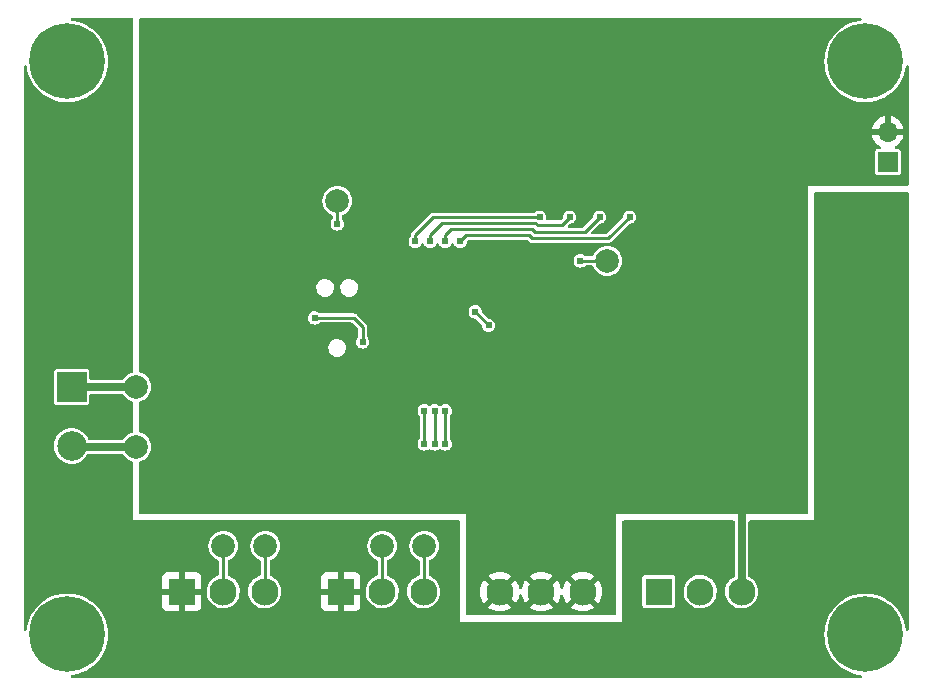
<source format=gbl>
G04 #@! TF.GenerationSoftware,KiCad,Pcbnew,6.0.2+dfsg-1*
G04 #@! TF.CreationDate,2024-04-05T20:37:34-06:00*
G04 #@! TF.ProjectId,ckt-iiab,636b742d-6969-4616-922e-6b696361645f,rev?*
G04 #@! TF.SameCoordinates,Original*
G04 #@! TF.FileFunction,Copper,L2,Bot*
G04 #@! TF.FilePolarity,Positive*
%FSLAX46Y46*%
G04 Gerber Fmt 4.6, Leading zero omitted, Abs format (unit mm)*
G04 Created by KiCad (PCBNEW 6.0.2+dfsg-1) date 2024-04-05 20:37:34*
%MOMM*%
%LPD*%
G01*
G04 APERTURE LIST*
G04 #@! TA.AperFunction,ComponentPad*
%ADD10R,2.300000X2.300000*%
G04 #@! TD*
G04 #@! TA.AperFunction,ComponentPad*
%ADD11C,2.300000*%
G04 #@! TD*
G04 #@! TA.AperFunction,ComponentPad*
%ADD12C,6.400000*%
G04 #@! TD*
G04 #@! TA.AperFunction,ComponentPad*
%ADD13R,1.700000X1.700000*%
G04 #@! TD*
G04 #@! TA.AperFunction,ComponentPad*
%ADD14O,1.700000X1.700000*%
G04 #@! TD*
G04 #@! TA.AperFunction,ComponentPad*
%ADD15R,2.500000X2.500000*%
G04 #@! TD*
G04 #@! TA.AperFunction,ComponentPad*
%ADD16C,2.500000*%
G04 #@! TD*
G04 #@! TA.AperFunction,SMDPad,CuDef*
%ADD17C,2.000000*%
G04 #@! TD*
G04 #@! TA.AperFunction,ViaPad*
%ADD18C,0.609600*%
G04 #@! TD*
G04 #@! TA.AperFunction,Conductor*
%ADD19C,0.635000*%
G04 #@! TD*
G04 #@! TA.AperFunction,Conductor*
%ADD20C,0.254000*%
G04 #@! TD*
G04 APERTURE END LIST*
D10*
X52126000Y-173031988D03*
D11*
X55626000Y-173031988D03*
X59126000Y-173031988D03*
D12*
X109982000Y-176657000D03*
D13*
X111887000Y-136657004D03*
D14*
X111887000Y-134117004D03*
D12*
X109982000Y-128143000D03*
X42418000Y-176657000D03*
X42418000Y-128143000D03*
D15*
X42799000Y-155702000D03*
D16*
X42799000Y-160702000D03*
D10*
X65588000Y-173031988D03*
D11*
X69088000Y-173031988D03*
X72588000Y-173031988D03*
D10*
X92512007Y-173031988D03*
D11*
X96012007Y-173031988D03*
X99512007Y-173031988D03*
X79050007Y-173031988D03*
X82550007Y-173031988D03*
X86050007Y-173031988D03*
D17*
X69088000Y-169164000D03*
X88138000Y-145034000D03*
X65278000Y-139954000D03*
X72644000Y-169164000D03*
X55626000Y-169164000D03*
X48260000Y-155702000D03*
X48260000Y-160782000D03*
X59182000Y-169164000D03*
D18*
X104394000Y-165862000D03*
X56388000Y-147447000D03*
X94615000Y-162814000D03*
X55499000Y-148336000D03*
X98909500Y-146327500D03*
X58166000Y-147447000D03*
X50800000Y-135255000D03*
X49911000Y-138811000D03*
X56388000Y-148336000D03*
X80327000Y-129921000D03*
X49911000Y-136144000D03*
X58166000Y-149225000D03*
X59055000Y-149225000D03*
X78232000Y-152400000D03*
X94615000Y-155194000D03*
X58166000Y-148336000D03*
X50800000Y-138811000D03*
X57277000Y-147447000D03*
X50800000Y-137922000D03*
X50800000Y-136144000D03*
X50800000Y-139700000D03*
X49911000Y-135255000D03*
X104394000Y-157226000D03*
X104394000Y-146304000D03*
X55499000Y-147447000D03*
X76962000Y-147320000D03*
X50800000Y-137033000D03*
X92710000Y-149987000D03*
X55499000Y-149225000D03*
X49911000Y-139700000D03*
X94615000Y-159004000D03*
X59055000Y-147447000D03*
X57277000Y-148336000D03*
X56388000Y-149225000D03*
X49911000Y-137033000D03*
X49022000Y-137414000D03*
X59055000Y-148336000D03*
X57277000Y-149225000D03*
X49911000Y-137922000D03*
X46482000Y-126238000D03*
X46482000Y-130683000D03*
X46482000Y-133350000D03*
X46482000Y-129794000D03*
X47371000Y-133350000D03*
X47371000Y-125349000D03*
X47371000Y-130683000D03*
X47371000Y-128016000D03*
X46482000Y-127127000D03*
X107188000Y-145288000D03*
X46482000Y-128905000D03*
X47371000Y-128905000D03*
X47371000Y-126238000D03*
X46482000Y-125349000D03*
X47371000Y-132461000D03*
X107188000Y-156210000D03*
X47371000Y-127127000D03*
X47371000Y-129794000D03*
X107156000Y-167156000D03*
X46482000Y-128016000D03*
X46482000Y-131572000D03*
X47371000Y-131572000D03*
X46482000Y-132461000D03*
X78105000Y-150495000D03*
X76962000Y-149352000D03*
X65278000Y-141900000D03*
X63373000Y-149860000D03*
X72644000Y-157734000D03*
X72644000Y-160528000D03*
X67437000Y-151892000D03*
X73533000Y-157734000D03*
X73533000Y-160528000D03*
X74422000Y-157734000D03*
X74422000Y-160528000D03*
X85852000Y-145034000D03*
X82423000Y-141319500D03*
X71882000Y-143383000D03*
X84963000Y-141319500D03*
X73152000Y-143383000D03*
X87503000Y-141319500D03*
X74422000Y-143383000D03*
X90043000Y-141319500D03*
X75692000Y-143383000D03*
D19*
X99512007Y-173031988D02*
X99512007Y-165298007D01*
D20*
X76962000Y-149352000D02*
X78105000Y-150495000D01*
X65278000Y-141900000D02*
X65278000Y-139954000D01*
X65913000Y-149860000D02*
X66675000Y-149860000D01*
X63373000Y-149860000D02*
X65913000Y-149860000D01*
X66675000Y-149860000D02*
X67437000Y-150622000D01*
X72644000Y-160528000D02*
X72644000Y-157734000D01*
X67437000Y-150622000D02*
X67437000Y-151892000D01*
X73533000Y-160528000D02*
X73533000Y-157734000D01*
X74422000Y-157734000D02*
X74422000Y-160528000D01*
D19*
X48260000Y-155702000D02*
X42799000Y-155702000D01*
X42879000Y-160782000D02*
X42799000Y-160702000D01*
X48260000Y-160782000D02*
X42879000Y-160782000D01*
D20*
X55626000Y-169164000D02*
X55626000Y-173032000D01*
X59182000Y-169164000D02*
X59182000Y-172976000D01*
X69088000Y-169164000D02*
X69088000Y-173032000D01*
X72644000Y-169164000D02*
X72644000Y-172976000D01*
X85852000Y-145034000D02*
X88138000Y-145034000D01*
X71882000Y-143383000D02*
X71882000Y-142875000D01*
X82391500Y-141351000D02*
X82423000Y-141319500D01*
X71882000Y-142875000D02*
X73406000Y-141351000D01*
X73406000Y-141351000D02*
X82391500Y-141351000D01*
X73152000Y-143383000D02*
X73152000Y-142875000D01*
X74168000Y-141859000D02*
X82069586Y-141859000D01*
X82170697Y-141960111D02*
X84322389Y-141960111D01*
X82069586Y-141859000D02*
X82170697Y-141960111D01*
X84322389Y-141960111D02*
X84963000Y-141319500D01*
X73152000Y-142875000D02*
X74168000Y-141859000D01*
X82016111Y-142595111D02*
X86227389Y-142595111D01*
X74422000Y-142875000D02*
X74930000Y-142367000D01*
X74930000Y-142367000D02*
X81788000Y-142367000D01*
X86227389Y-142595111D02*
X87503000Y-141319500D01*
X81788000Y-142367000D02*
X82016111Y-142595111D01*
X74422000Y-143383000D02*
X74422000Y-142875000D01*
X81788000Y-143129000D02*
X88233500Y-143129000D01*
X75692000Y-143383000D02*
X76200000Y-142875000D01*
X88233500Y-143129000D02*
X90043000Y-141319500D01*
X81534000Y-142875000D02*
X81788000Y-143129000D01*
X76200000Y-142875000D02*
X81534000Y-142875000D01*
G04 #@! TA.AperFunction,Conductor*
G36*
X47948121Y-124480002D02*
G01*
X47994614Y-124533658D01*
X48006000Y-124586000D01*
X48006000Y-154374622D01*
X47985998Y-154442743D01*
X47932342Y-154489236D01*
X47912614Y-154496328D01*
X47829297Y-154518653D01*
X47736116Y-154562104D01*
X47635341Y-154609095D01*
X47635336Y-154609098D01*
X47630354Y-154611421D01*
X47625847Y-154614577D01*
X47625845Y-154614578D01*
X47455054Y-154734167D01*
X47455051Y-154734169D01*
X47450543Y-154737326D01*
X47295326Y-154892543D01*
X47169421Y-155072354D01*
X47168287Y-155071560D01*
X47121671Y-155115999D01*
X47063946Y-155130000D01*
X44429499Y-155130000D01*
X44361378Y-155109998D01*
X44314885Y-155056342D01*
X44303499Y-155004000D01*
X44303499Y-154426934D01*
X44296388Y-154391182D01*
X44291156Y-154364874D01*
X44291155Y-154364872D01*
X44288734Y-154352699D01*
X44232484Y-154268516D01*
X44148301Y-154212266D01*
X44074067Y-154197500D01*
X42799207Y-154197500D01*
X41523934Y-154197501D01*
X41488182Y-154204612D01*
X41461874Y-154209844D01*
X41461872Y-154209845D01*
X41449699Y-154212266D01*
X41439379Y-154219161D01*
X41439378Y-154219162D01*
X41378985Y-154259516D01*
X41365516Y-154268516D01*
X41309266Y-154352699D01*
X41294500Y-154426933D01*
X41294501Y-156977066D01*
X41300750Y-157008483D01*
X41304906Y-157029378D01*
X41309266Y-157051301D01*
X41316161Y-157061620D01*
X41316162Y-157061622D01*
X41356516Y-157122015D01*
X41365516Y-157135484D01*
X41449699Y-157191734D01*
X41523933Y-157206500D01*
X42798793Y-157206500D01*
X44074066Y-157206499D01*
X44109818Y-157199388D01*
X44136126Y-157194156D01*
X44136128Y-157194155D01*
X44148301Y-157191734D01*
X44158621Y-157184839D01*
X44158622Y-157184838D01*
X44222168Y-157142377D01*
X44232484Y-157135484D01*
X44288734Y-157051301D01*
X44303500Y-156977067D01*
X44303500Y-156400000D01*
X44323502Y-156331879D01*
X44377158Y-156285386D01*
X44429500Y-156274000D01*
X47063946Y-156274000D01*
X47132067Y-156294002D01*
X47168547Y-156332258D01*
X47169421Y-156331646D01*
X47295326Y-156511457D01*
X47450543Y-156666674D01*
X47455051Y-156669831D01*
X47455054Y-156669833D01*
X47625845Y-156789422D01*
X47630354Y-156792579D01*
X47635336Y-156794902D01*
X47635341Y-156794905D01*
X47704391Y-156827103D01*
X47829297Y-156885347D01*
X47912612Y-156907672D01*
X47973234Y-156944623D01*
X48004255Y-157008483D01*
X48006000Y-157029378D01*
X48006000Y-159454622D01*
X47985998Y-159522743D01*
X47932342Y-159569236D01*
X47912614Y-159576328D01*
X47829297Y-159598653D01*
X47736116Y-159642104D01*
X47635341Y-159689095D01*
X47635336Y-159689098D01*
X47630354Y-159691421D01*
X47625847Y-159694577D01*
X47625845Y-159694578D01*
X47455054Y-159814167D01*
X47455051Y-159814169D01*
X47450543Y-159817326D01*
X47295326Y-159972543D01*
X47292169Y-159977051D01*
X47292167Y-159977054D01*
X47183520Y-160132218D01*
X47169421Y-160152354D01*
X47168287Y-160151560D01*
X47121671Y-160195999D01*
X47063946Y-160210000D01*
X44307856Y-160210000D01*
X44239735Y-160189998D01*
X44191447Y-160132218D01*
X44184628Y-160115754D01*
X44143664Y-160016859D01*
X44019930Y-159814943D01*
X43866132Y-159634868D01*
X43686057Y-159481070D01*
X43484141Y-159357336D01*
X43479571Y-159355443D01*
X43479567Y-159355441D01*
X43269927Y-159268605D01*
X43269925Y-159268604D01*
X43265354Y-159266711D01*
X43185501Y-159247540D01*
X43039896Y-159212583D01*
X43039890Y-159212582D01*
X43035083Y-159211428D01*
X42799000Y-159192848D01*
X42562917Y-159211428D01*
X42558110Y-159212582D01*
X42558104Y-159212583D01*
X42412499Y-159247540D01*
X42332646Y-159266711D01*
X42328075Y-159268604D01*
X42328073Y-159268605D01*
X42118433Y-159355441D01*
X42118429Y-159355443D01*
X42113859Y-159357336D01*
X41911943Y-159481070D01*
X41731868Y-159634868D01*
X41578070Y-159814943D01*
X41454336Y-160016859D01*
X41452443Y-160021429D01*
X41452441Y-160021433D01*
X41382619Y-160189998D01*
X41363711Y-160235646D01*
X41308428Y-160465917D01*
X41289848Y-160702000D01*
X41308428Y-160938083D01*
X41309582Y-160942890D01*
X41309583Y-160942896D01*
X41327265Y-161016547D01*
X41363711Y-161168354D01*
X41365604Y-161172925D01*
X41365605Y-161172927D01*
X41448894Y-161374002D01*
X41454336Y-161387141D01*
X41578070Y-161589057D01*
X41731868Y-161769132D01*
X41911943Y-161922930D01*
X42113859Y-162046664D01*
X42118429Y-162048557D01*
X42118433Y-162048559D01*
X42328073Y-162135395D01*
X42328075Y-162135396D01*
X42332646Y-162137289D01*
X42412499Y-162156460D01*
X42558104Y-162191417D01*
X42558110Y-162191418D01*
X42562917Y-162192572D01*
X42799000Y-162211152D01*
X43035083Y-162192572D01*
X43039890Y-162191418D01*
X43039896Y-162191417D01*
X43185501Y-162156460D01*
X43265354Y-162137289D01*
X43269925Y-162135396D01*
X43269927Y-162135395D01*
X43479567Y-162048559D01*
X43479571Y-162048557D01*
X43484141Y-162046664D01*
X43686057Y-161922930D01*
X43866132Y-161769132D01*
X44019930Y-161589057D01*
X44127104Y-161414165D01*
X44179752Y-161366534D01*
X44234537Y-161354000D01*
X47063946Y-161354000D01*
X47132067Y-161374002D01*
X47168547Y-161412258D01*
X47169421Y-161411646D01*
X47290693Y-161584840D01*
X47295326Y-161591457D01*
X47450543Y-161746674D01*
X47455051Y-161749831D01*
X47455054Y-161749833D01*
X47482616Y-161769132D01*
X47630354Y-161872579D01*
X47635336Y-161874902D01*
X47635341Y-161874905D01*
X47731436Y-161919714D01*
X47829297Y-161965347D01*
X47912612Y-161987672D01*
X47973234Y-162024623D01*
X48004255Y-162088483D01*
X48006000Y-162109378D01*
X48006000Y-167005000D01*
X75566000Y-167005000D01*
X75634121Y-167025002D01*
X75680614Y-167078658D01*
X75692000Y-167131000D01*
X75692000Y-175641000D01*
X89408000Y-175641000D01*
X89408000Y-171856921D01*
X91107507Y-171856921D01*
X91107508Y-174207054D01*
X91111407Y-174226657D01*
X91119804Y-174268873D01*
X91122273Y-174281289D01*
X91129168Y-174291608D01*
X91129169Y-174291610D01*
X91137979Y-174304795D01*
X91178523Y-174365472D01*
X91262706Y-174421722D01*
X91336940Y-174436488D01*
X92511817Y-174436488D01*
X93687073Y-174436487D01*
X93722825Y-174429376D01*
X93749133Y-174424144D01*
X93749135Y-174424143D01*
X93761308Y-174421722D01*
X93771628Y-174414827D01*
X93771629Y-174414826D01*
X93835175Y-174372365D01*
X93845491Y-174365472D01*
X93901741Y-174281289D01*
X93916507Y-174207055D01*
X93916506Y-172997555D01*
X94603114Y-172997555D01*
X94603411Y-173002708D01*
X94603411Y-173002711D01*
X94614949Y-173202820D01*
X94616408Y-173228127D01*
X94617545Y-173233173D01*
X94617546Y-173233179D01*
X94629824Y-173287659D01*
X94667183Y-173453430D01*
X94754073Y-173667416D01*
X94874747Y-173864337D01*
X95025962Y-174038904D01*
X95203658Y-174186430D01*
X95208110Y-174189032D01*
X95208115Y-174189035D01*
X95368187Y-174282573D01*
X95403063Y-174302953D01*
X95618821Y-174385343D01*
X95623887Y-174386374D01*
X95623888Y-174386374D01*
X95676681Y-174397115D01*
X95845139Y-174431388D01*
X95975330Y-174436162D01*
X96070774Y-174439662D01*
X96070778Y-174439662D01*
X96075938Y-174439851D01*
X96081058Y-174439195D01*
X96081060Y-174439195D01*
X96152095Y-174430095D01*
X96305020Y-174410505D01*
X96309968Y-174409020D01*
X96309975Y-174409019D01*
X96521283Y-174345623D01*
X96521282Y-174345623D01*
X96526233Y-174344138D01*
X96733636Y-174242532D01*
X96737841Y-174239532D01*
X96737847Y-174239529D01*
X96917456Y-174111415D01*
X96917458Y-174111413D01*
X96921660Y-174108416D01*
X97085254Y-173945392D01*
X97192852Y-173795654D01*
X97217007Y-173762038D01*
X97220025Y-173757838D01*
X97322354Y-173550791D01*
X97337404Y-173501255D01*
X97387989Y-173334763D01*
X97387990Y-173334757D01*
X97389493Y-173329811D01*
X97419638Y-173100833D01*
X97421321Y-173031988D01*
X97402397Y-172801810D01*
X97346133Y-172577814D01*
X97254040Y-172366016D01*
X97128592Y-172172102D01*
X96973157Y-172001281D01*
X96899075Y-171942774D01*
X96795963Y-171861341D01*
X96795958Y-171861338D01*
X96791909Y-171858140D01*
X96787393Y-171855647D01*
X96787390Y-171855645D01*
X96594241Y-171749021D01*
X96594237Y-171749019D01*
X96589717Y-171746524D01*
X96584848Y-171744800D01*
X96584844Y-171744798D01*
X96376885Y-171671156D01*
X96376881Y-171671155D01*
X96372010Y-171669430D01*
X96366920Y-171668523D01*
X96366915Y-171668522D01*
X96219442Y-171642254D01*
X96144635Y-171628929D01*
X96058131Y-171627872D01*
X95918868Y-171626170D01*
X95918866Y-171626170D01*
X95913698Y-171626107D01*
X95685401Y-171661041D01*
X95465876Y-171732793D01*
X95261017Y-171839436D01*
X95256884Y-171842539D01*
X95256881Y-171842541D01*
X95080461Y-171975001D01*
X95076326Y-171978106D01*
X94916764Y-172145078D01*
X94786616Y-172335869D01*
X94689376Y-172545354D01*
X94627656Y-172767909D01*
X94603114Y-172997555D01*
X93916506Y-172997555D01*
X93916506Y-171856922D01*
X93901741Y-171782687D01*
X93877578Y-171746524D01*
X93852384Y-171708820D01*
X93845491Y-171698504D01*
X93761308Y-171642254D01*
X93687074Y-171627488D01*
X92512197Y-171627488D01*
X91336941Y-171627489D01*
X91301189Y-171634600D01*
X91274881Y-171639832D01*
X91274879Y-171639833D01*
X91262706Y-171642254D01*
X91252386Y-171649149D01*
X91252385Y-171649150D01*
X91210643Y-171677042D01*
X91178523Y-171698504D01*
X91122273Y-171782687D01*
X91107507Y-171856921D01*
X89408000Y-171856921D01*
X89408000Y-167131000D01*
X89428002Y-167062879D01*
X89481658Y-167016386D01*
X89534000Y-167005000D01*
X98814007Y-167005000D01*
X98882128Y-167025002D01*
X98928621Y-167078658D01*
X98940007Y-167131000D01*
X98940007Y-171669802D01*
X98920005Y-171737923D01*
X98872190Y-171781563D01*
X98761017Y-171839436D01*
X98756884Y-171842539D01*
X98756881Y-171842541D01*
X98580461Y-171975001D01*
X98576326Y-171978106D01*
X98416764Y-172145078D01*
X98286616Y-172335869D01*
X98189376Y-172545354D01*
X98127656Y-172767909D01*
X98103114Y-172997555D01*
X98103411Y-173002708D01*
X98103411Y-173002711D01*
X98114949Y-173202820D01*
X98116408Y-173228127D01*
X98117545Y-173233173D01*
X98117546Y-173233179D01*
X98129824Y-173287659D01*
X98167183Y-173453430D01*
X98254073Y-173667416D01*
X98374747Y-173864337D01*
X98525962Y-174038904D01*
X98703658Y-174186430D01*
X98708110Y-174189032D01*
X98708115Y-174189035D01*
X98868187Y-174282573D01*
X98903063Y-174302953D01*
X99118821Y-174385343D01*
X99123887Y-174386374D01*
X99123888Y-174386374D01*
X99176681Y-174397115D01*
X99345139Y-174431388D01*
X99475330Y-174436162D01*
X99570774Y-174439662D01*
X99570778Y-174439662D01*
X99575938Y-174439851D01*
X99581058Y-174439195D01*
X99581060Y-174439195D01*
X99652095Y-174430095D01*
X99805020Y-174410505D01*
X99809968Y-174409020D01*
X99809975Y-174409019D01*
X100021283Y-174345623D01*
X100021282Y-174345623D01*
X100026233Y-174344138D01*
X100233636Y-174242532D01*
X100237841Y-174239532D01*
X100237847Y-174239529D01*
X100417456Y-174111415D01*
X100417458Y-174111413D01*
X100421660Y-174108416D01*
X100585254Y-173945392D01*
X100692852Y-173795654D01*
X100717007Y-173762038D01*
X100720025Y-173757838D01*
X100822354Y-173550791D01*
X100837404Y-173501255D01*
X100887989Y-173334763D01*
X100887990Y-173334757D01*
X100889493Y-173329811D01*
X100919638Y-173100833D01*
X100921321Y-173031988D01*
X100902397Y-172801810D01*
X100846133Y-172577814D01*
X100754040Y-172366016D01*
X100628592Y-172172102D01*
X100473157Y-172001281D01*
X100399075Y-171942774D01*
X100295963Y-171861341D01*
X100295958Y-171861338D01*
X100291909Y-171858140D01*
X100287394Y-171855647D01*
X100287381Y-171855639D01*
X100149113Y-171779311D01*
X100099143Y-171728879D01*
X100084007Y-171669003D01*
X100084007Y-167131000D01*
X100104009Y-167062879D01*
X100157665Y-167016386D01*
X100210007Y-167005000D01*
X105664000Y-167005000D01*
X105664000Y-139318000D01*
X105684002Y-139249879D01*
X105737658Y-139203386D01*
X105790000Y-139192000D01*
X113539000Y-139192000D01*
X113607121Y-139212002D01*
X113653614Y-139265658D01*
X113665000Y-139318000D01*
X113665000Y-176222195D01*
X113644998Y-176290316D01*
X113591342Y-176336809D01*
X113521068Y-176346913D01*
X113456488Y-176317419D01*
X113418104Y-176257693D01*
X113414656Y-176242557D01*
X113361422Y-175917480D01*
X113360870Y-175914107D01*
X113260875Y-175553537D01*
X113257627Y-175545373D01*
X113123783Y-175209039D01*
X113123779Y-175209031D01*
X113122523Y-175205874D01*
X112947434Y-174875188D01*
X112945534Y-174872382D01*
X112945530Y-174872375D01*
X112739561Y-174568162D01*
X112737654Y-174565345D01*
X112495639Y-174279970D01*
X112224219Y-174022402D01*
X112221512Y-174020340D01*
X112221504Y-174020333D01*
X111929281Y-173797720D01*
X111926569Y-173795654D01*
X111606172Y-173602377D01*
X111603082Y-173600943D01*
X111603077Y-173600940D01*
X111269871Y-173446272D01*
X111269869Y-173446271D01*
X111266775Y-173444835D01*
X111263540Y-173443740D01*
X111263535Y-173443738D01*
X110915583Y-173325963D01*
X110912348Y-173324868D01*
X110547038Y-173243881D01*
X110404343Y-173228127D01*
X110178500Y-173203193D01*
X110178495Y-173203193D01*
X110175119Y-173202820D01*
X110171720Y-173202814D01*
X110171719Y-173202814D01*
X109994987Y-173202506D01*
X109800940Y-173202167D01*
X109662079Y-173217007D01*
X109432263Y-173241567D01*
X109432257Y-173241568D01*
X109428879Y-173241929D01*
X109063289Y-173321641D01*
X108708446Y-173440369D01*
X108368501Y-173596727D01*
X108365567Y-173598483D01*
X108365565Y-173598484D01*
X108356110Y-173604143D01*
X108047431Y-173788883D01*
X107748991Y-174014591D01*
X107746509Y-174016930D01*
X107746503Y-174016935D01*
X107538314Y-174213123D01*
X107476674Y-174271210D01*
X107474462Y-174273800D01*
X107474461Y-174273801D01*
X107346057Y-174424143D01*
X107233664Y-174555738D01*
X107231736Y-174558565D01*
X107231734Y-174558567D01*
X107142337Y-174689619D01*
X107022804Y-174864847D01*
X106846561Y-175194921D01*
X106845288Y-175198089D01*
X106845287Y-175198090D01*
X106843368Y-175202865D01*
X106706997Y-175542098D01*
X106605744Y-175902317D01*
X106543986Y-176271365D01*
X106522447Y-176644924D01*
X106541378Y-177018624D01*
X106541915Y-177021979D01*
X106541916Y-177021985D01*
X106551808Y-177083743D01*
X106600557Y-177388094D01*
X106699293Y-177749011D01*
X106836430Y-178097154D01*
X107010365Y-178428450D01*
X107012262Y-178431274D01*
X107012265Y-178431278D01*
X107208014Y-178722585D01*
X107219061Y-178739024D01*
X107221256Y-178741630D01*
X107221260Y-178741636D01*
X107240961Y-178765031D01*
X107460079Y-179025241D01*
X107730598Y-179283755D01*
X108027455Y-179511541D01*
X108347176Y-179705935D01*
X108686021Y-179864661D01*
X108689239Y-179865763D01*
X108689242Y-179865764D01*
X109036803Y-179984761D01*
X109036811Y-179984763D01*
X109040026Y-179985864D01*
X109405051Y-180068126D01*
X109569556Y-180086869D01*
X109586589Y-180088810D01*
X109652007Y-180116395D01*
X109692127Y-180174969D01*
X109694211Y-180245935D01*
X109657596Y-180306762D01*
X109593909Y-180338138D01*
X109572325Y-180340000D01*
X42830036Y-180340000D01*
X42761915Y-180319998D01*
X42715422Y-180266342D01*
X42705318Y-180196068D01*
X42734812Y-180131488D01*
X42794538Y-180093104D01*
X42817084Y-180088667D01*
X42955805Y-180074332D01*
X42955814Y-180074331D01*
X42959197Y-180073981D01*
X42962530Y-180073267D01*
X42962533Y-180073266D01*
X43142820Y-180034616D01*
X43325063Y-179995546D01*
X43680318Y-179878056D01*
X44020807Y-179722887D01*
X44118707Y-179664758D01*
X44339601Y-179533601D01*
X44339606Y-179533598D01*
X44342546Y-179531852D01*
X44372354Y-179509472D01*
X44444828Y-179455056D01*
X44641771Y-179307187D01*
X44914983Y-179051521D01*
X45158985Y-178767842D01*
X45180737Y-178736192D01*
X45368992Y-178462280D01*
X45368997Y-178462273D01*
X45370922Y-178459471D01*
X45372534Y-178456477D01*
X45372539Y-178456469D01*
X45546694Y-178133027D01*
X45548316Y-178130015D01*
X45689091Y-177783327D01*
X45791601Y-177423463D01*
X45854647Y-177054634D01*
X45856729Y-177020602D01*
X45877380Y-176682948D01*
X45877490Y-176681152D01*
X45877574Y-176657000D01*
X45857339Y-176283368D01*
X45796870Y-175914107D01*
X45696875Y-175553537D01*
X45693627Y-175545373D01*
X45559783Y-175209039D01*
X45559779Y-175209031D01*
X45558523Y-175205874D01*
X45383434Y-174875188D01*
X45381534Y-174872382D01*
X45381530Y-174872375D01*
X45175561Y-174568162D01*
X45173654Y-174565345D01*
X44931639Y-174279970D01*
X44875459Y-174226657D01*
X50468001Y-174226657D01*
X50468371Y-174233478D01*
X50473895Y-174284340D01*
X50477521Y-174299592D01*
X50522676Y-174420042D01*
X50531214Y-174435637D01*
X50607715Y-174537712D01*
X50620276Y-174550273D01*
X50722351Y-174626774D01*
X50737946Y-174635312D01*
X50858394Y-174680466D01*
X50873649Y-174684093D01*
X50924514Y-174689619D01*
X50931328Y-174689988D01*
X51853885Y-174689988D01*
X51869124Y-174685513D01*
X51870329Y-174684123D01*
X51872000Y-174676440D01*
X51872000Y-174671872D01*
X52380000Y-174671872D01*
X52384475Y-174687111D01*
X52385865Y-174688316D01*
X52393548Y-174689987D01*
X53320669Y-174689987D01*
X53327490Y-174689617D01*
X53378352Y-174684093D01*
X53393604Y-174680467D01*
X53514054Y-174635312D01*
X53529649Y-174626774D01*
X53631724Y-174550273D01*
X53644285Y-174537712D01*
X53720786Y-174435637D01*
X53729324Y-174420042D01*
X53774478Y-174299594D01*
X53778105Y-174284339D01*
X53783631Y-174233474D01*
X53784000Y-174226660D01*
X53784000Y-173304103D01*
X53779525Y-173288864D01*
X53778135Y-173287659D01*
X53770452Y-173285988D01*
X52398115Y-173285988D01*
X52382876Y-173290463D01*
X52381671Y-173291853D01*
X52380000Y-173299536D01*
X52380000Y-174671872D01*
X51872000Y-174671872D01*
X51872000Y-173304103D01*
X51867525Y-173288864D01*
X51866135Y-173287659D01*
X51858452Y-173285988D01*
X50486116Y-173285988D01*
X50470877Y-173290463D01*
X50469672Y-173291853D01*
X50468001Y-173299536D01*
X50468001Y-174226657D01*
X44875459Y-174226657D01*
X44660219Y-174022402D01*
X44657512Y-174020340D01*
X44657504Y-174020333D01*
X44365281Y-173797720D01*
X44362569Y-173795654D01*
X44042172Y-173602377D01*
X44039082Y-173600943D01*
X44039077Y-173600940D01*
X43705871Y-173446272D01*
X43705869Y-173446271D01*
X43702775Y-173444835D01*
X43699540Y-173443740D01*
X43699535Y-173443738D01*
X43351583Y-173325963D01*
X43348348Y-173324868D01*
X42983038Y-173243881D01*
X42840343Y-173228127D01*
X42614500Y-173203193D01*
X42614495Y-173203193D01*
X42611119Y-173202820D01*
X42607720Y-173202814D01*
X42607719Y-173202814D01*
X42430987Y-173202506D01*
X42236940Y-173202167D01*
X42098079Y-173217007D01*
X41868263Y-173241567D01*
X41868257Y-173241568D01*
X41864879Y-173241929D01*
X41499289Y-173321641D01*
X41144446Y-173440369D01*
X40804501Y-173596727D01*
X40801567Y-173598483D01*
X40801565Y-173598484D01*
X40792110Y-173604143D01*
X40483431Y-173788883D01*
X40184991Y-174014591D01*
X40182509Y-174016930D01*
X40182503Y-174016935D01*
X39974314Y-174213123D01*
X39912674Y-174271210D01*
X39910462Y-174273800D01*
X39910461Y-174273801D01*
X39782057Y-174424143D01*
X39669664Y-174555738D01*
X39667736Y-174558565D01*
X39667734Y-174558567D01*
X39578337Y-174689619D01*
X39458804Y-174864847D01*
X39282561Y-175194921D01*
X39281288Y-175198089D01*
X39281287Y-175198090D01*
X39279368Y-175202865D01*
X39142997Y-175542098D01*
X39041744Y-175902317D01*
X39041182Y-175905674D01*
X39041182Y-175905675D01*
X38985272Y-176239777D01*
X38954301Y-176303662D01*
X38893708Y-176340662D01*
X38822730Y-176339028D01*
X38763902Y-176299281D01*
X38735903Y-176234039D01*
X38735000Y-176218981D01*
X38735000Y-172997555D01*
X54217107Y-172997555D01*
X54217404Y-173002708D01*
X54217404Y-173002711D01*
X54228942Y-173202820D01*
X54230401Y-173228127D01*
X54231538Y-173233173D01*
X54231539Y-173233179D01*
X54243817Y-173287659D01*
X54281176Y-173453430D01*
X54368066Y-173667416D01*
X54488740Y-173864337D01*
X54639955Y-174038904D01*
X54817651Y-174186430D01*
X54822103Y-174189032D01*
X54822108Y-174189035D01*
X54982180Y-174282573D01*
X55017056Y-174302953D01*
X55232814Y-174385343D01*
X55237880Y-174386374D01*
X55237881Y-174386374D01*
X55290674Y-174397115D01*
X55459132Y-174431388D01*
X55589323Y-174436162D01*
X55684767Y-174439662D01*
X55684771Y-174439662D01*
X55689931Y-174439851D01*
X55695051Y-174439195D01*
X55695053Y-174439195D01*
X55766088Y-174430095D01*
X55919013Y-174410505D01*
X55923961Y-174409020D01*
X55923968Y-174409019D01*
X56135276Y-174345623D01*
X56135275Y-174345623D01*
X56140226Y-174344138D01*
X56347629Y-174242532D01*
X56351834Y-174239532D01*
X56351840Y-174239529D01*
X56531449Y-174111415D01*
X56531451Y-174111413D01*
X56535653Y-174108416D01*
X56699247Y-173945392D01*
X56806845Y-173795654D01*
X56831000Y-173762038D01*
X56834018Y-173757838D01*
X56936347Y-173550791D01*
X56951397Y-173501255D01*
X57001982Y-173334763D01*
X57001983Y-173334757D01*
X57003486Y-173329811D01*
X57033631Y-173100833D01*
X57035314Y-173031988D01*
X57032483Y-172997555D01*
X57717107Y-172997555D01*
X57717404Y-173002708D01*
X57717404Y-173002711D01*
X57728942Y-173202820D01*
X57730401Y-173228127D01*
X57731538Y-173233173D01*
X57731539Y-173233179D01*
X57743817Y-173287659D01*
X57781176Y-173453430D01*
X57868066Y-173667416D01*
X57988740Y-173864337D01*
X58139955Y-174038904D01*
X58317651Y-174186430D01*
X58322103Y-174189032D01*
X58322108Y-174189035D01*
X58482180Y-174282573D01*
X58517056Y-174302953D01*
X58732814Y-174385343D01*
X58737880Y-174386374D01*
X58737881Y-174386374D01*
X58790674Y-174397115D01*
X58959132Y-174431388D01*
X59089323Y-174436162D01*
X59184767Y-174439662D01*
X59184771Y-174439662D01*
X59189931Y-174439851D01*
X59195051Y-174439195D01*
X59195053Y-174439195D01*
X59266088Y-174430095D01*
X59419013Y-174410505D01*
X59423961Y-174409020D01*
X59423968Y-174409019D01*
X59635276Y-174345623D01*
X59635275Y-174345623D01*
X59640226Y-174344138D01*
X59847629Y-174242532D01*
X59851834Y-174239532D01*
X59851840Y-174239529D01*
X59869886Y-174226657D01*
X63930001Y-174226657D01*
X63930371Y-174233478D01*
X63935895Y-174284340D01*
X63939521Y-174299592D01*
X63984676Y-174420042D01*
X63993214Y-174435637D01*
X64069715Y-174537712D01*
X64082276Y-174550273D01*
X64184351Y-174626774D01*
X64199946Y-174635312D01*
X64320394Y-174680466D01*
X64335649Y-174684093D01*
X64386514Y-174689619D01*
X64393328Y-174689988D01*
X65315885Y-174689988D01*
X65331124Y-174685513D01*
X65332329Y-174684123D01*
X65334000Y-174676440D01*
X65334000Y-174671872D01*
X65842000Y-174671872D01*
X65846475Y-174687111D01*
X65847865Y-174688316D01*
X65855548Y-174689987D01*
X66782669Y-174689987D01*
X66789490Y-174689617D01*
X66840352Y-174684093D01*
X66855604Y-174680467D01*
X66976054Y-174635312D01*
X66991649Y-174626774D01*
X67093724Y-174550273D01*
X67106285Y-174537712D01*
X67182786Y-174435637D01*
X67191324Y-174420042D01*
X67236478Y-174299594D01*
X67240105Y-174284339D01*
X67245631Y-174233474D01*
X67246000Y-174226660D01*
X67246000Y-173304103D01*
X67241525Y-173288864D01*
X67240135Y-173287659D01*
X67232452Y-173285988D01*
X65860115Y-173285988D01*
X65844876Y-173290463D01*
X65843671Y-173291853D01*
X65842000Y-173299536D01*
X65842000Y-174671872D01*
X65334000Y-174671872D01*
X65334000Y-173304103D01*
X65329525Y-173288864D01*
X65328135Y-173287659D01*
X65320452Y-173285988D01*
X63948116Y-173285988D01*
X63932877Y-173290463D01*
X63931672Y-173291853D01*
X63930001Y-173299536D01*
X63930001Y-174226657D01*
X59869886Y-174226657D01*
X60031449Y-174111415D01*
X60031451Y-174111413D01*
X60035653Y-174108416D01*
X60199247Y-173945392D01*
X60306845Y-173795654D01*
X60331000Y-173762038D01*
X60334018Y-173757838D01*
X60436347Y-173550791D01*
X60451397Y-173501255D01*
X60501982Y-173334763D01*
X60501983Y-173334757D01*
X60503486Y-173329811D01*
X60533631Y-173100833D01*
X60535314Y-173031988D01*
X60532483Y-172997555D01*
X67679107Y-172997555D01*
X67679404Y-173002708D01*
X67679404Y-173002711D01*
X67690942Y-173202820D01*
X67692401Y-173228127D01*
X67693538Y-173233173D01*
X67693539Y-173233179D01*
X67705817Y-173287659D01*
X67743176Y-173453430D01*
X67830066Y-173667416D01*
X67950740Y-173864337D01*
X68101955Y-174038904D01*
X68279651Y-174186430D01*
X68284103Y-174189032D01*
X68284108Y-174189035D01*
X68444180Y-174282573D01*
X68479056Y-174302953D01*
X68694814Y-174385343D01*
X68699880Y-174386374D01*
X68699881Y-174386374D01*
X68752674Y-174397115D01*
X68921132Y-174431388D01*
X69051323Y-174436162D01*
X69146767Y-174439662D01*
X69146771Y-174439662D01*
X69151931Y-174439851D01*
X69157051Y-174439195D01*
X69157053Y-174439195D01*
X69228088Y-174430095D01*
X69381013Y-174410505D01*
X69385961Y-174409020D01*
X69385968Y-174409019D01*
X69597276Y-174345623D01*
X69597275Y-174345623D01*
X69602226Y-174344138D01*
X69809629Y-174242532D01*
X69813834Y-174239532D01*
X69813840Y-174239529D01*
X69993449Y-174111415D01*
X69993451Y-174111413D01*
X69997653Y-174108416D01*
X70161247Y-173945392D01*
X70268845Y-173795654D01*
X70293000Y-173762038D01*
X70296018Y-173757838D01*
X70398347Y-173550791D01*
X70413397Y-173501255D01*
X70463982Y-173334763D01*
X70463983Y-173334757D01*
X70465486Y-173329811D01*
X70495631Y-173100833D01*
X70497314Y-173031988D01*
X70494483Y-172997555D01*
X71179107Y-172997555D01*
X71179404Y-173002708D01*
X71179404Y-173002711D01*
X71190942Y-173202820D01*
X71192401Y-173228127D01*
X71193538Y-173233173D01*
X71193539Y-173233179D01*
X71205817Y-173287659D01*
X71243176Y-173453430D01*
X71330066Y-173667416D01*
X71450740Y-173864337D01*
X71601955Y-174038904D01*
X71779651Y-174186430D01*
X71784103Y-174189032D01*
X71784108Y-174189035D01*
X71944180Y-174282573D01*
X71979056Y-174302953D01*
X72194814Y-174385343D01*
X72199880Y-174386374D01*
X72199881Y-174386374D01*
X72252674Y-174397115D01*
X72421132Y-174431388D01*
X72551323Y-174436162D01*
X72646767Y-174439662D01*
X72646771Y-174439662D01*
X72651931Y-174439851D01*
X72657051Y-174439195D01*
X72657053Y-174439195D01*
X72728088Y-174430095D01*
X72881013Y-174410505D01*
X72885961Y-174409020D01*
X72885968Y-174409019D01*
X73097276Y-174345623D01*
X73097275Y-174345623D01*
X73102226Y-174344138D01*
X73309629Y-174242532D01*
X73313834Y-174239532D01*
X73313840Y-174239529D01*
X73493449Y-174111415D01*
X73493451Y-174111413D01*
X73497653Y-174108416D01*
X73661247Y-173945392D01*
X73768845Y-173795654D01*
X73793000Y-173762038D01*
X73796018Y-173757838D01*
X73898347Y-173550791D01*
X73913397Y-173501255D01*
X73963982Y-173334763D01*
X73963983Y-173334757D01*
X73965486Y-173329811D01*
X73995631Y-173100833D01*
X73997314Y-173031988D01*
X73978390Y-172801810D01*
X73922126Y-172577814D01*
X73830033Y-172366016D01*
X73704585Y-172172102D01*
X73549150Y-172001281D01*
X73475068Y-171942774D01*
X73371956Y-171861341D01*
X73371951Y-171861338D01*
X73367902Y-171858140D01*
X73363386Y-171855647D01*
X73363383Y-171855645D01*
X73170234Y-171749021D01*
X73170230Y-171749019D01*
X73165710Y-171746524D01*
X73160837Y-171744798D01*
X73160834Y-171744797D01*
X73109441Y-171726598D01*
X73051904Y-171685004D01*
X73025988Y-171618907D01*
X73025500Y-171607825D01*
X73025500Y-170450562D01*
X73045502Y-170382441D01*
X73098250Y-170336367D01*
X73268659Y-170256905D01*
X73268664Y-170256902D01*
X73273646Y-170254579D01*
X73278155Y-170251422D01*
X73448946Y-170131833D01*
X73448949Y-170131831D01*
X73453457Y-170128674D01*
X73608674Y-169973457D01*
X73734579Y-169793646D01*
X73736902Y-169788664D01*
X73736905Y-169788659D01*
X73825022Y-169599688D01*
X73827347Y-169594703D01*
X73884161Y-169382674D01*
X73903292Y-169164000D01*
X73884161Y-168945326D01*
X73827347Y-168733297D01*
X73783896Y-168640116D01*
X73736905Y-168539341D01*
X73736902Y-168539336D01*
X73734579Y-168534354D01*
X73608674Y-168354543D01*
X73453457Y-168199326D01*
X73448949Y-168196169D01*
X73448946Y-168196167D01*
X73278155Y-168076578D01*
X73278153Y-168076577D01*
X73273646Y-168073421D01*
X73268664Y-168071098D01*
X73268659Y-168071095D01*
X73167884Y-168024104D01*
X73074703Y-167980653D01*
X72862674Y-167923839D01*
X72644000Y-167904708D01*
X72425326Y-167923839D01*
X72213297Y-167980653D01*
X72120116Y-168024104D01*
X72019341Y-168071095D01*
X72019336Y-168071098D01*
X72014354Y-168073421D01*
X72009847Y-168076577D01*
X72009845Y-168076578D01*
X71839054Y-168196167D01*
X71839051Y-168196169D01*
X71834543Y-168199326D01*
X71679326Y-168354543D01*
X71553421Y-168534354D01*
X71551098Y-168539336D01*
X71551095Y-168539341D01*
X71504104Y-168640116D01*
X71460653Y-168733297D01*
X71403839Y-168945326D01*
X71384708Y-169164000D01*
X71403839Y-169382674D01*
X71460653Y-169594703D01*
X71462978Y-169599688D01*
X71551095Y-169788659D01*
X71551098Y-169788664D01*
X71553421Y-169793646D01*
X71679326Y-169973457D01*
X71834543Y-170128674D01*
X71839051Y-170131831D01*
X71839054Y-170131833D01*
X72009845Y-170251422D01*
X72014354Y-170254579D01*
X72019336Y-170256902D01*
X72019341Y-170256905D01*
X72189750Y-170336367D01*
X72243035Y-170383284D01*
X72262500Y-170450562D01*
X72262500Y-171569303D01*
X72242498Y-171637424D01*
X72188842Y-171683917D01*
X72175645Y-171689068D01*
X72041869Y-171732793D01*
X71837010Y-171839436D01*
X71832877Y-171842539D01*
X71832874Y-171842541D01*
X71656454Y-171975001D01*
X71652319Y-171978106D01*
X71492757Y-172145078D01*
X71362609Y-172335869D01*
X71265369Y-172545354D01*
X71203649Y-172767909D01*
X71179107Y-172997555D01*
X70494483Y-172997555D01*
X70478390Y-172801810D01*
X70422126Y-172577814D01*
X70330033Y-172366016D01*
X70204585Y-172172102D01*
X70049150Y-172001281D01*
X69975068Y-171942774D01*
X69871956Y-171861341D01*
X69871951Y-171861338D01*
X69867902Y-171858140D01*
X69863386Y-171855647D01*
X69863383Y-171855645D01*
X69670234Y-171749021D01*
X69670230Y-171749019D01*
X69665710Y-171746524D01*
X69660841Y-171744800D01*
X69660837Y-171744798D01*
X69559238Y-171708820D01*
X69553440Y-171706767D01*
X69495904Y-171665173D01*
X69469988Y-171599075D01*
X69469500Y-171587994D01*
X69469500Y-170450562D01*
X69489502Y-170382441D01*
X69542250Y-170336367D01*
X69712659Y-170256905D01*
X69712664Y-170256902D01*
X69717646Y-170254579D01*
X69722155Y-170251422D01*
X69892946Y-170131833D01*
X69892949Y-170131831D01*
X69897457Y-170128674D01*
X70052674Y-169973457D01*
X70178579Y-169793646D01*
X70180902Y-169788664D01*
X70180905Y-169788659D01*
X70269022Y-169599688D01*
X70271347Y-169594703D01*
X70328161Y-169382674D01*
X70347292Y-169164000D01*
X70328161Y-168945326D01*
X70271347Y-168733297D01*
X70227896Y-168640116D01*
X70180905Y-168539341D01*
X70180902Y-168539336D01*
X70178579Y-168534354D01*
X70052674Y-168354543D01*
X69897457Y-168199326D01*
X69892949Y-168196169D01*
X69892946Y-168196167D01*
X69722155Y-168076578D01*
X69722153Y-168076577D01*
X69717646Y-168073421D01*
X69712664Y-168071098D01*
X69712659Y-168071095D01*
X69611884Y-168024104D01*
X69518703Y-167980653D01*
X69306674Y-167923839D01*
X69088000Y-167904708D01*
X68869326Y-167923839D01*
X68657297Y-167980653D01*
X68564116Y-168024104D01*
X68463341Y-168071095D01*
X68463336Y-168071098D01*
X68458354Y-168073421D01*
X68453847Y-168076577D01*
X68453845Y-168076578D01*
X68283054Y-168196167D01*
X68283051Y-168196169D01*
X68278543Y-168199326D01*
X68123326Y-168354543D01*
X67997421Y-168534354D01*
X67995098Y-168539336D01*
X67995095Y-168539341D01*
X67948104Y-168640116D01*
X67904653Y-168733297D01*
X67847839Y-168945326D01*
X67828708Y-169164000D01*
X67847839Y-169382674D01*
X67904653Y-169594703D01*
X67906978Y-169599688D01*
X67995095Y-169788659D01*
X67995098Y-169788664D01*
X67997421Y-169793646D01*
X68123326Y-169973457D01*
X68278543Y-170128674D01*
X68283051Y-170131831D01*
X68283054Y-170131833D01*
X68453845Y-170251422D01*
X68458354Y-170254579D01*
X68463336Y-170256902D01*
X68463341Y-170256905D01*
X68633750Y-170336367D01*
X68687035Y-170383284D01*
X68706500Y-170450562D01*
X68706500Y-171587607D01*
X68686498Y-171655728D01*
X68632842Y-171702221D01*
X68619649Y-171707370D01*
X68541869Y-171732793D01*
X68337010Y-171839436D01*
X68332877Y-171842539D01*
X68332874Y-171842541D01*
X68156454Y-171975001D01*
X68152319Y-171978106D01*
X67992757Y-172145078D01*
X67862609Y-172335869D01*
X67765369Y-172545354D01*
X67703649Y-172767909D01*
X67679107Y-172997555D01*
X60532483Y-172997555D01*
X60516390Y-172801810D01*
X60505856Y-172759873D01*
X63930000Y-172759873D01*
X63934475Y-172775112D01*
X63935865Y-172776317D01*
X63943548Y-172777988D01*
X65315885Y-172777988D01*
X65331124Y-172773513D01*
X65332329Y-172772123D01*
X65334000Y-172764440D01*
X65334000Y-172759873D01*
X65842000Y-172759873D01*
X65846475Y-172775112D01*
X65847865Y-172776317D01*
X65855548Y-172777988D01*
X67227884Y-172777988D01*
X67243123Y-172773513D01*
X67244328Y-172772123D01*
X67245999Y-172764440D01*
X67245999Y-171837319D01*
X67245629Y-171830498D01*
X67240105Y-171779636D01*
X67236479Y-171764384D01*
X67191324Y-171643934D01*
X67182786Y-171628339D01*
X67106285Y-171526264D01*
X67093724Y-171513703D01*
X66991649Y-171437202D01*
X66976054Y-171428664D01*
X66855606Y-171383510D01*
X66840351Y-171379883D01*
X66789486Y-171374357D01*
X66782672Y-171373988D01*
X65860115Y-171373988D01*
X65844876Y-171378463D01*
X65843671Y-171379853D01*
X65842000Y-171387536D01*
X65842000Y-172759873D01*
X65334000Y-172759873D01*
X65334000Y-171392104D01*
X65329525Y-171376865D01*
X65328135Y-171375660D01*
X65320452Y-171373989D01*
X64393331Y-171373989D01*
X64386510Y-171374359D01*
X64335648Y-171379883D01*
X64320396Y-171383509D01*
X64199946Y-171428664D01*
X64184351Y-171437202D01*
X64082276Y-171513703D01*
X64069715Y-171526264D01*
X63993214Y-171628339D01*
X63984676Y-171643934D01*
X63939522Y-171764382D01*
X63935895Y-171779637D01*
X63930369Y-171830502D01*
X63930000Y-171837316D01*
X63930000Y-172759873D01*
X60505856Y-172759873D01*
X60460126Y-172577814D01*
X60368033Y-172366016D01*
X60242585Y-172172102D01*
X60087150Y-172001281D01*
X60013068Y-171942774D01*
X59909956Y-171861341D01*
X59909951Y-171861338D01*
X59905902Y-171858140D01*
X59901386Y-171855647D01*
X59901383Y-171855645D01*
X59708234Y-171749021D01*
X59708230Y-171749019D01*
X59703710Y-171746524D01*
X59698837Y-171744798D01*
X59698834Y-171744797D01*
X59647441Y-171726598D01*
X59589904Y-171685004D01*
X59563988Y-171618907D01*
X59563500Y-171607825D01*
X59563500Y-170450562D01*
X59583502Y-170382441D01*
X59636250Y-170336367D01*
X59806659Y-170256905D01*
X59806664Y-170256902D01*
X59811646Y-170254579D01*
X59816155Y-170251422D01*
X59986946Y-170131833D01*
X59986949Y-170131831D01*
X59991457Y-170128674D01*
X60146674Y-169973457D01*
X60272579Y-169793646D01*
X60274902Y-169788664D01*
X60274905Y-169788659D01*
X60363022Y-169599688D01*
X60365347Y-169594703D01*
X60422161Y-169382674D01*
X60441292Y-169164000D01*
X60422161Y-168945326D01*
X60365347Y-168733297D01*
X60321896Y-168640116D01*
X60274905Y-168539341D01*
X60274902Y-168539336D01*
X60272579Y-168534354D01*
X60146674Y-168354543D01*
X59991457Y-168199326D01*
X59986949Y-168196169D01*
X59986946Y-168196167D01*
X59816155Y-168076578D01*
X59816153Y-168076577D01*
X59811646Y-168073421D01*
X59806664Y-168071098D01*
X59806659Y-168071095D01*
X59705884Y-168024104D01*
X59612703Y-167980653D01*
X59400674Y-167923839D01*
X59182000Y-167904708D01*
X58963326Y-167923839D01*
X58751297Y-167980653D01*
X58658116Y-168024104D01*
X58557341Y-168071095D01*
X58557336Y-168071098D01*
X58552354Y-168073421D01*
X58547847Y-168076577D01*
X58547845Y-168076578D01*
X58377054Y-168196167D01*
X58377051Y-168196169D01*
X58372543Y-168199326D01*
X58217326Y-168354543D01*
X58091421Y-168534354D01*
X58089098Y-168539336D01*
X58089095Y-168539341D01*
X58042104Y-168640116D01*
X57998653Y-168733297D01*
X57941839Y-168945326D01*
X57922708Y-169164000D01*
X57941839Y-169382674D01*
X57998653Y-169594703D01*
X58000978Y-169599688D01*
X58089095Y-169788659D01*
X58089098Y-169788664D01*
X58091421Y-169793646D01*
X58217326Y-169973457D01*
X58372543Y-170128674D01*
X58377051Y-170131831D01*
X58377054Y-170131833D01*
X58547845Y-170251422D01*
X58552354Y-170254579D01*
X58557336Y-170256902D01*
X58557341Y-170256905D01*
X58727750Y-170336367D01*
X58781035Y-170383284D01*
X58800500Y-170450562D01*
X58800500Y-171569303D01*
X58780498Y-171637424D01*
X58726842Y-171683917D01*
X58713645Y-171689068D01*
X58579869Y-171732793D01*
X58375010Y-171839436D01*
X58370877Y-171842539D01*
X58370874Y-171842541D01*
X58194454Y-171975001D01*
X58190319Y-171978106D01*
X58030757Y-172145078D01*
X57900609Y-172335869D01*
X57803369Y-172545354D01*
X57741649Y-172767909D01*
X57717107Y-172997555D01*
X57032483Y-172997555D01*
X57016390Y-172801810D01*
X56960126Y-172577814D01*
X56868033Y-172366016D01*
X56742585Y-172172102D01*
X56587150Y-172001281D01*
X56513068Y-171942774D01*
X56409956Y-171861341D01*
X56409951Y-171861338D01*
X56405902Y-171858140D01*
X56401386Y-171855647D01*
X56401383Y-171855645D01*
X56208234Y-171749021D01*
X56208230Y-171749019D01*
X56203710Y-171746524D01*
X56198841Y-171744800D01*
X56198837Y-171744798D01*
X56097238Y-171708820D01*
X56091440Y-171706767D01*
X56033904Y-171665173D01*
X56007988Y-171599075D01*
X56007500Y-171587994D01*
X56007500Y-170450562D01*
X56027502Y-170382441D01*
X56080250Y-170336367D01*
X56250659Y-170256905D01*
X56250664Y-170256902D01*
X56255646Y-170254579D01*
X56260155Y-170251422D01*
X56430946Y-170131833D01*
X56430949Y-170131831D01*
X56435457Y-170128674D01*
X56590674Y-169973457D01*
X56716579Y-169793646D01*
X56718902Y-169788664D01*
X56718905Y-169788659D01*
X56807022Y-169599688D01*
X56809347Y-169594703D01*
X56866161Y-169382674D01*
X56885292Y-169164000D01*
X56866161Y-168945326D01*
X56809347Y-168733297D01*
X56765896Y-168640116D01*
X56718905Y-168539341D01*
X56718902Y-168539336D01*
X56716579Y-168534354D01*
X56590674Y-168354543D01*
X56435457Y-168199326D01*
X56430949Y-168196169D01*
X56430946Y-168196167D01*
X56260155Y-168076578D01*
X56260153Y-168076577D01*
X56255646Y-168073421D01*
X56250664Y-168071098D01*
X56250659Y-168071095D01*
X56149884Y-168024104D01*
X56056703Y-167980653D01*
X55844674Y-167923839D01*
X55626000Y-167904708D01*
X55407326Y-167923839D01*
X55195297Y-167980653D01*
X55102116Y-168024104D01*
X55001341Y-168071095D01*
X55001336Y-168071098D01*
X54996354Y-168073421D01*
X54991847Y-168076577D01*
X54991845Y-168076578D01*
X54821054Y-168196167D01*
X54821051Y-168196169D01*
X54816543Y-168199326D01*
X54661326Y-168354543D01*
X54535421Y-168534354D01*
X54533098Y-168539336D01*
X54533095Y-168539341D01*
X54486104Y-168640116D01*
X54442653Y-168733297D01*
X54385839Y-168945326D01*
X54366708Y-169164000D01*
X54385839Y-169382674D01*
X54442653Y-169594703D01*
X54444978Y-169599688D01*
X54533095Y-169788659D01*
X54533098Y-169788664D01*
X54535421Y-169793646D01*
X54661326Y-169973457D01*
X54816543Y-170128674D01*
X54821051Y-170131831D01*
X54821054Y-170131833D01*
X54991845Y-170251422D01*
X54996354Y-170254579D01*
X55001336Y-170256902D01*
X55001341Y-170256905D01*
X55171750Y-170336367D01*
X55225035Y-170383284D01*
X55244500Y-170450562D01*
X55244500Y-171587607D01*
X55224498Y-171655728D01*
X55170842Y-171702221D01*
X55157649Y-171707370D01*
X55079869Y-171732793D01*
X54875010Y-171839436D01*
X54870877Y-171842539D01*
X54870874Y-171842541D01*
X54694454Y-171975001D01*
X54690319Y-171978106D01*
X54530757Y-172145078D01*
X54400609Y-172335869D01*
X54303369Y-172545354D01*
X54241649Y-172767909D01*
X54217107Y-172997555D01*
X38735000Y-172997555D01*
X38735000Y-172759873D01*
X50468000Y-172759873D01*
X50472475Y-172775112D01*
X50473865Y-172776317D01*
X50481548Y-172777988D01*
X51853885Y-172777988D01*
X51869124Y-172773513D01*
X51870329Y-172772123D01*
X51872000Y-172764440D01*
X51872000Y-172759873D01*
X52380000Y-172759873D01*
X52384475Y-172775112D01*
X52385865Y-172776317D01*
X52393548Y-172777988D01*
X53765884Y-172777988D01*
X53781123Y-172773513D01*
X53782328Y-172772123D01*
X53783999Y-172764440D01*
X53783999Y-171837319D01*
X53783629Y-171830498D01*
X53778105Y-171779636D01*
X53774479Y-171764384D01*
X53729324Y-171643934D01*
X53720786Y-171628339D01*
X53644285Y-171526264D01*
X53631724Y-171513703D01*
X53529649Y-171437202D01*
X53514054Y-171428664D01*
X53393606Y-171383510D01*
X53378351Y-171379883D01*
X53327486Y-171374357D01*
X53320672Y-171373988D01*
X52398115Y-171373988D01*
X52382876Y-171378463D01*
X52381671Y-171379853D01*
X52380000Y-171387536D01*
X52380000Y-172759873D01*
X51872000Y-172759873D01*
X51872000Y-171392104D01*
X51867525Y-171376865D01*
X51866135Y-171375660D01*
X51858452Y-171373989D01*
X50931331Y-171373989D01*
X50924510Y-171374359D01*
X50873648Y-171379883D01*
X50858396Y-171383509D01*
X50737946Y-171428664D01*
X50722351Y-171437202D01*
X50620276Y-171513703D01*
X50607715Y-171526264D01*
X50531214Y-171628339D01*
X50522676Y-171643934D01*
X50477522Y-171764382D01*
X50473895Y-171779637D01*
X50468369Y-171830502D01*
X50468000Y-171837316D01*
X50468000Y-172759873D01*
X38735000Y-172759873D01*
X38735000Y-128574723D01*
X38755002Y-128506602D01*
X38808658Y-128460109D01*
X38878932Y-128450005D01*
X38943512Y-128479499D01*
X38981896Y-128539225D01*
X38985414Y-128554795D01*
X39036557Y-128874094D01*
X39135293Y-129235011D01*
X39272430Y-129583154D01*
X39446365Y-129914450D01*
X39448262Y-129917274D01*
X39448265Y-129917278D01*
X39640304Y-130203063D01*
X39655061Y-130225024D01*
X39657256Y-130227630D01*
X39657260Y-130227636D01*
X39676961Y-130251031D01*
X39896079Y-130511241D01*
X40166598Y-130769755D01*
X40463455Y-130997541D01*
X40783176Y-131191935D01*
X41122021Y-131350661D01*
X41125239Y-131351763D01*
X41125242Y-131351764D01*
X41472803Y-131470761D01*
X41472811Y-131470763D01*
X41476026Y-131471864D01*
X41841051Y-131554126D01*
X41928200Y-131564056D01*
X42209442Y-131596100D01*
X42209450Y-131596100D01*
X42212825Y-131596485D01*
X42216229Y-131596503D01*
X42216232Y-131596503D01*
X42419556Y-131597567D01*
X42586999Y-131598444D01*
X42590385Y-131598094D01*
X42590387Y-131598094D01*
X42955805Y-131560332D01*
X42955814Y-131560331D01*
X42959197Y-131559981D01*
X42962530Y-131559267D01*
X42962533Y-131559266D01*
X43142820Y-131520616D01*
X43325063Y-131481546D01*
X43680318Y-131364056D01*
X44020807Y-131208887D01*
X44118707Y-131150758D01*
X44339601Y-131019601D01*
X44339606Y-131019598D01*
X44342546Y-131017852D01*
X44372354Y-130995472D01*
X44444828Y-130941056D01*
X44641771Y-130793187D01*
X44914983Y-130537521D01*
X45158985Y-130253842D01*
X45287393Y-130067007D01*
X45368992Y-129948280D01*
X45368997Y-129948273D01*
X45370922Y-129945471D01*
X45372534Y-129942477D01*
X45372539Y-129942469D01*
X45546694Y-129619027D01*
X45548316Y-129616015D01*
X45689091Y-129269327D01*
X45791601Y-128909463D01*
X45854647Y-128540634D01*
X45856729Y-128506602D01*
X45877380Y-128168948D01*
X45877490Y-128167152D01*
X45877574Y-128143000D01*
X45857339Y-127769368D01*
X45796870Y-127400107D01*
X45696875Y-127039537D01*
X45693627Y-127031373D01*
X45559783Y-126695039D01*
X45559779Y-126695031D01*
X45558523Y-126691874D01*
X45383434Y-126361188D01*
X45381534Y-126358382D01*
X45381530Y-126358375D01*
X45175561Y-126054162D01*
X45173654Y-126051345D01*
X44931639Y-125765970D01*
X44660219Y-125508402D01*
X44657512Y-125506340D01*
X44657504Y-125506333D01*
X44365281Y-125283720D01*
X44362569Y-125281654D01*
X44042172Y-125088377D01*
X44039082Y-125086943D01*
X44039077Y-125086940D01*
X43705871Y-124932272D01*
X43705869Y-124932271D01*
X43702775Y-124930835D01*
X43699540Y-124929740D01*
X43699535Y-124929738D01*
X43351583Y-124811963D01*
X43348348Y-124810868D01*
X42983038Y-124729881D01*
X42814184Y-124711239D01*
X42748670Y-124683882D01*
X42708346Y-124625449D01*
X42706014Y-124554491D01*
X42742416Y-124493536D01*
X42805994Y-124461939D01*
X42828011Y-124460000D01*
X47880000Y-124460000D01*
X47948121Y-124480002D01*
G37*
G04 #@! TD.AperFunction*
G04 #@! TA.AperFunction,Conductor*
G36*
X109639334Y-124480002D02*
G01*
X109685827Y-124533658D01*
X109695931Y-124603932D01*
X109666437Y-124668512D01*
X109606711Y-124706896D01*
X109584602Y-124711287D01*
X109432263Y-124727567D01*
X109432257Y-124727568D01*
X109428879Y-124727929D01*
X109063289Y-124807641D01*
X108708446Y-124926369D01*
X108368501Y-125082727D01*
X108365567Y-125084483D01*
X108365565Y-125084484D01*
X108356110Y-125090143D01*
X108047431Y-125274883D01*
X107748991Y-125500591D01*
X107746509Y-125502930D01*
X107746503Y-125502935D01*
X107740702Y-125508402D01*
X107476674Y-125757210D01*
X107233664Y-126041738D01*
X107231736Y-126044565D01*
X107231734Y-126044567D01*
X107227111Y-126051345D01*
X107022804Y-126350847D01*
X106846561Y-126680921D01*
X106845288Y-126684089D01*
X106845287Y-126684090D01*
X106843368Y-126688865D01*
X106706997Y-127028098D01*
X106605744Y-127388317D01*
X106543986Y-127757365D01*
X106522447Y-128130924D01*
X106541378Y-128504624D01*
X106541915Y-128507979D01*
X106541916Y-128507985D01*
X106551808Y-128569743D01*
X106600557Y-128874094D01*
X106699293Y-129235011D01*
X106836430Y-129583154D01*
X107010365Y-129914450D01*
X107012262Y-129917274D01*
X107012265Y-129917278D01*
X107208014Y-130208585D01*
X107219061Y-130225024D01*
X107221256Y-130227630D01*
X107221260Y-130227636D01*
X107240961Y-130251031D01*
X107460079Y-130511241D01*
X107730598Y-130769755D01*
X108027455Y-130997541D01*
X108347176Y-131191935D01*
X108686021Y-131350661D01*
X108689239Y-131351763D01*
X108689242Y-131351764D01*
X109036803Y-131470761D01*
X109036811Y-131470763D01*
X109040026Y-131471864D01*
X109405051Y-131554126D01*
X109492200Y-131564056D01*
X109773442Y-131596100D01*
X109773450Y-131596100D01*
X109776825Y-131596485D01*
X109780229Y-131596503D01*
X109780232Y-131596503D01*
X109983556Y-131597567D01*
X110150999Y-131598444D01*
X110154385Y-131598094D01*
X110154387Y-131598094D01*
X110519805Y-131560332D01*
X110519814Y-131560331D01*
X110523197Y-131559981D01*
X110526530Y-131559267D01*
X110526533Y-131559266D01*
X110706820Y-131520616D01*
X110889063Y-131481546D01*
X111244318Y-131364056D01*
X111584807Y-131208887D01*
X111682707Y-131150758D01*
X111903601Y-131019601D01*
X111903606Y-131019598D01*
X111906546Y-131017852D01*
X111936354Y-130995472D01*
X112008828Y-130941056D01*
X112205771Y-130793187D01*
X112478983Y-130537521D01*
X112722985Y-130253842D01*
X112744737Y-130222192D01*
X112932992Y-129948280D01*
X112932997Y-129948273D01*
X112934922Y-129945471D01*
X112936534Y-129942477D01*
X112936539Y-129942469D01*
X113110694Y-129619027D01*
X113112316Y-129616015D01*
X113253091Y-129269327D01*
X113355601Y-128909463D01*
X113414801Y-128563134D01*
X113445995Y-128499357D01*
X113506718Y-128462570D01*
X113577689Y-128464451D01*
X113636377Y-128504404D01*
X113664149Y-128569743D01*
X113665000Y-128584364D01*
X113665000Y-138558000D01*
X113644998Y-138626121D01*
X113591342Y-138672614D01*
X113539000Y-138684000D01*
X105156000Y-138684000D01*
X105156000Y-166371000D01*
X105135998Y-166439121D01*
X105082342Y-166485614D01*
X105030000Y-166497000D01*
X88900000Y-166497000D01*
X88900000Y-174880000D01*
X88879998Y-174948121D01*
X88826342Y-174994614D01*
X88774000Y-175006000D01*
X76326000Y-175006000D01*
X76257879Y-174985998D01*
X76211386Y-174932342D01*
X76200000Y-174880000D01*
X76200000Y-174374192D01*
X78073158Y-174374192D01*
X78077727Y-174380723D01*
X78290743Y-174511259D01*
X78299537Y-174515740D01*
X78531499Y-174611822D01*
X78540884Y-174614871D01*
X78785024Y-174673484D01*
X78794771Y-174675027D01*
X79045077Y-174694727D01*
X79054937Y-174694727D01*
X79305243Y-174675027D01*
X79314990Y-174673484D01*
X79559130Y-174614871D01*
X79568515Y-174611822D01*
X79800477Y-174515740D01*
X79809271Y-174511259D01*
X80020882Y-174381584D01*
X80025706Y-174374192D01*
X81573158Y-174374192D01*
X81577727Y-174380723D01*
X81790743Y-174511259D01*
X81799537Y-174515740D01*
X82031499Y-174611822D01*
X82040884Y-174614871D01*
X82285024Y-174673484D01*
X82294771Y-174675027D01*
X82545077Y-174694727D01*
X82554937Y-174694727D01*
X82805243Y-174675027D01*
X82814990Y-174673484D01*
X83059130Y-174614871D01*
X83068515Y-174611822D01*
X83300477Y-174515740D01*
X83309271Y-174511259D01*
X83520882Y-174381584D01*
X83525706Y-174374192D01*
X85073158Y-174374192D01*
X85077727Y-174380723D01*
X85290743Y-174511259D01*
X85299537Y-174515740D01*
X85531499Y-174611822D01*
X85540884Y-174614871D01*
X85785024Y-174673484D01*
X85794771Y-174675027D01*
X86045077Y-174694727D01*
X86054937Y-174694727D01*
X86305243Y-174675027D01*
X86314990Y-174673484D01*
X86559130Y-174614871D01*
X86568515Y-174611822D01*
X86800477Y-174515740D01*
X86809271Y-174511259D01*
X87020882Y-174381584D01*
X87026929Y-174372318D01*
X87020922Y-174362113D01*
X86062819Y-173404010D01*
X86048875Y-173396396D01*
X86047042Y-173396527D01*
X86040427Y-173400778D01*
X85080551Y-174360654D01*
X85073158Y-174374192D01*
X83525706Y-174374192D01*
X83526929Y-174372318D01*
X83520922Y-174362113D01*
X82562819Y-173404010D01*
X82548875Y-173396396D01*
X82547042Y-173396527D01*
X82540427Y-173400778D01*
X81580551Y-174360654D01*
X81573158Y-174374192D01*
X80025706Y-174374192D01*
X80026929Y-174372318D01*
X80020922Y-174362113D01*
X79062819Y-173404010D01*
X79048875Y-173396396D01*
X79047042Y-173396527D01*
X79040427Y-173400778D01*
X78080551Y-174360654D01*
X78073158Y-174374192D01*
X76200000Y-174374192D01*
X76200000Y-173036918D01*
X77387268Y-173036918D01*
X77406968Y-173287224D01*
X77408511Y-173296971D01*
X77467124Y-173541111D01*
X77470173Y-173550496D01*
X77566255Y-173782458D01*
X77570736Y-173791252D01*
X77700411Y-174002863D01*
X77709677Y-174008910D01*
X77719882Y-174002903D01*
X78677985Y-173044800D01*
X78684363Y-173033120D01*
X79414415Y-173033120D01*
X79414546Y-173034953D01*
X79418797Y-173041568D01*
X80378673Y-174001444D01*
X80392211Y-174008837D01*
X80398742Y-174004268D01*
X80529278Y-173791252D01*
X80533759Y-173782458D01*
X80629841Y-173550496D01*
X80632890Y-173541111D01*
X80677488Y-173355346D01*
X80712840Y-173293777D01*
X80775867Y-173261094D01*
X80846558Y-173267674D01*
X80902469Y-173311429D01*
X80922526Y-173355346D01*
X80967124Y-173541111D01*
X80970173Y-173550496D01*
X81066255Y-173782458D01*
X81070736Y-173791252D01*
X81200411Y-174002863D01*
X81209677Y-174008910D01*
X81219882Y-174002903D01*
X82177985Y-173044800D01*
X82184363Y-173033120D01*
X82914415Y-173033120D01*
X82914546Y-173034953D01*
X82918797Y-173041568D01*
X83878673Y-174001444D01*
X83892211Y-174008837D01*
X83898742Y-174004268D01*
X84029278Y-173791252D01*
X84033759Y-173782458D01*
X84129841Y-173550496D01*
X84132890Y-173541111D01*
X84177488Y-173355346D01*
X84212840Y-173293777D01*
X84275867Y-173261094D01*
X84346558Y-173267674D01*
X84402469Y-173311429D01*
X84422526Y-173355346D01*
X84467124Y-173541111D01*
X84470173Y-173550496D01*
X84566255Y-173782458D01*
X84570736Y-173791252D01*
X84700411Y-174002863D01*
X84709677Y-174008910D01*
X84719882Y-174002903D01*
X85677985Y-173044800D01*
X85684363Y-173033120D01*
X86414415Y-173033120D01*
X86414546Y-173034953D01*
X86418797Y-173041568D01*
X87378673Y-174001444D01*
X87392211Y-174008837D01*
X87398742Y-174004268D01*
X87529278Y-173791252D01*
X87533759Y-173782458D01*
X87629841Y-173550496D01*
X87632890Y-173541111D01*
X87691503Y-173296971D01*
X87693046Y-173287224D01*
X87712746Y-173036918D01*
X87712746Y-173027058D01*
X87693046Y-172776752D01*
X87691503Y-172767005D01*
X87632890Y-172522865D01*
X87629841Y-172513480D01*
X87533759Y-172281518D01*
X87529278Y-172272724D01*
X87399603Y-172061113D01*
X87390337Y-172055066D01*
X87380132Y-172061073D01*
X86422029Y-173019176D01*
X86414415Y-173033120D01*
X85684363Y-173033120D01*
X85685599Y-173030856D01*
X85685468Y-173029023D01*
X85681217Y-173022408D01*
X84721341Y-172062532D01*
X84707803Y-172055139D01*
X84701272Y-172059708D01*
X84570736Y-172272724D01*
X84566255Y-172281518D01*
X84470173Y-172513480D01*
X84467124Y-172522865D01*
X84422526Y-172708630D01*
X84387174Y-172770199D01*
X84324147Y-172802882D01*
X84253456Y-172796302D01*
X84197545Y-172752547D01*
X84177488Y-172708630D01*
X84132890Y-172522865D01*
X84129841Y-172513480D01*
X84033759Y-172281518D01*
X84029278Y-172272724D01*
X83899603Y-172061113D01*
X83890337Y-172055066D01*
X83880132Y-172061073D01*
X82922029Y-173019176D01*
X82914415Y-173033120D01*
X82184363Y-173033120D01*
X82185599Y-173030856D01*
X82185468Y-173029023D01*
X82181217Y-173022408D01*
X81221341Y-172062532D01*
X81207803Y-172055139D01*
X81201272Y-172059708D01*
X81070736Y-172272724D01*
X81066255Y-172281518D01*
X80970173Y-172513480D01*
X80967124Y-172522865D01*
X80922526Y-172708630D01*
X80887174Y-172770199D01*
X80824147Y-172802882D01*
X80753456Y-172796302D01*
X80697545Y-172752547D01*
X80677488Y-172708630D01*
X80632890Y-172522865D01*
X80629841Y-172513480D01*
X80533759Y-172281518D01*
X80529278Y-172272724D01*
X80399603Y-172061113D01*
X80390337Y-172055066D01*
X80380132Y-172061073D01*
X79422029Y-173019176D01*
X79414415Y-173033120D01*
X78684363Y-173033120D01*
X78685599Y-173030856D01*
X78685468Y-173029023D01*
X78681217Y-173022408D01*
X77721341Y-172062532D01*
X77707803Y-172055139D01*
X77701272Y-172059708D01*
X77570736Y-172272724D01*
X77566255Y-172281518D01*
X77470173Y-172513480D01*
X77467124Y-172522865D01*
X77408511Y-172767005D01*
X77406968Y-172776752D01*
X77387268Y-173027058D01*
X77387268Y-173036918D01*
X76200000Y-173036918D01*
X76200000Y-171691658D01*
X78073085Y-171691658D01*
X78079092Y-171701863D01*
X79037195Y-172659966D01*
X79051139Y-172667580D01*
X79052972Y-172667449D01*
X79059587Y-172663198D01*
X80019463Y-171703322D01*
X80025833Y-171691658D01*
X81573085Y-171691658D01*
X81579092Y-171701863D01*
X82537195Y-172659966D01*
X82551139Y-172667580D01*
X82552972Y-172667449D01*
X82559587Y-172663198D01*
X83519463Y-171703322D01*
X83525833Y-171691658D01*
X85073085Y-171691658D01*
X85079092Y-171701863D01*
X86037195Y-172659966D01*
X86051139Y-172667580D01*
X86052972Y-172667449D01*
X86059587Y-172663198D01*
X87019463Y-171703322D01*
X87026856Y-171689784D01*
X87022287Y-171683253D01*
X86809271Y-171552717D01*
X86800477Y-171548236D01*
X86568515Y-171452154D01*
X86559130Y-171449105D01*
X86314990Y-171390492D01*
X86305243Y-171388949D01*
X86054937Y-171369249D01*
X86045077Y-171369249D01*
X85794771Y-171388949D01*
X85785024Y-171390492D01*
X85540884Y-171449105D01*
X85531499Y-171452154D01*
X85299537Y-171548236D01*
X85290743Y-171552717D01*
X85079132Y-171682392D01*
X85073085Y-171691658D01*
X83525833Y-171691658D01*
X83526856Y-171689784D01*
X83522287Y-171683253D01*
X83309271Y-171552717D01*
X83300477Y-171548236D01*
X83068515Y-171452154D01*
X83059130Y-171449105D01*
X82814990Y-171390492D01*
X82805243Y-171388949D01*
X82554937Y-171369249D01*
X82545077Y-171369249D01*
X82294771Y-171388949D01*
X82285024Y-171390492D01*
X82040884Y-171449105D01*
X82031499Y-171452154D01*
X81799537Y-171548236D01*
X81790743Y-171552717D01*
X81579132Y-171682392D01*
X81573085Y-171691658D01*
X80025833Y-171691658D01*
X80026856Y-171689784D01*
X80022287Y-171683253D01*
X79809271Y-171552717D01*
X79800477Y-171548236D01*
X79568515Y-171452154D01*
X79559130Y-171449105D01*
X79314990Y-171390492D01*
X79305243Y-171388949D01*
X79054937Y-171369249D01*
X79045077Y-171369249D01*
X78794771Y-171388949D01*
X78785024Y-171390492D01*
X78540884Y-171449105D01*
X78531499Y-171452154D01*
X78299537Y-171548236D01*
X78290743Y-171552717D01*
X78079132Y-171682392D01*
X78073085Y-171691658D01*
X76200000Y-171691658D01*
X76200000Y-166497000D01*
X48640000Y-166497000D01*
X48571879Y-166476998D01*
X48525386Y-166423342D01*
X48514000Y-166371000D01*
X48514000Y-162109378D01*
X48534002Y-162041257D01*
X48587658Y-161994764D01*
X48607386Y-161987672D01*
X48690703Y-161965347D01*
X48783884Y-161921896D01*
X48884659Y-161874905D01*
X48884664Y-161874902D01*
X48889646Y-161872579D01*
X48894155Y-161869422D01*
X49064946Y-161749833D01*
X49064949Y-161749831D01*
X49069457Y-161746674D01*
X49224674Y-161591457D01*
X49350579Y-161411646D01*
X49352902Y-161406664D01*
X49352905Y-161406659D01*
X49441022Y-161217688D01*
X49443347Y-161212703D01*
X49500161Y-161000674D01*
X49519292Y-160782000D01*
X49500161Y-160563326D01*
X49490695Y-160528000D01*
X72079874Y-160528000D01*
X72099096Y-160674007D01*
X72155453Y-160810063D01*
X72245103Y-160926897D01*
X72361937Y-161016547D01*
X72497993Y-161072904D01*
X72506177Y-161073981D01*
X72506179Y-161073982D01*
X72635812Y-161091048D01*
X72644000Y-161092126D01*
X72652188Y-161091048D01*
X72781821Y-161073982D01*
X72781823Y-161073981D01*
X72790007Y-161072904D01*
X72926063Y-161016547D01*
X73011798Y-160950760D01*
X73078017Y-160925161D01*
X73147565Y-160939426D01*
X73165199Y-160950758D01*
X73250937Y-161016547D01*
X73386993Y-161072904D01*
X73395177Y-161073981D01*
X73395179Y-161073982D01*
X73524812Y-161091048D01*
X73533000Y-161092126D01*
X73541188Y-161091048D01*
X73670821Y-161073982D01*
X73670823Y-161073981D01*
X73679007Y-161072904D01*
X73815063Y-161016547D01*
X73900798Y-160950760D01*
X73967017Y-160925161D01*
X74036565Y-160939426D01*
X74054199Y-160950758D01*
X74139937Y-161016547D01*
X74275993Y-161072904D01*
X74284177Y-161073981D01*
X74284179Y-161073982D01*
X74413812Y-161091048D01*
X74422000Y-161092126D01*
X74430188Y-161091048D01*
X74559821Y-161073982D01*
X74559823Y-161073981D01*
X74568007Y-161072904D01*
X74704063Y-161016547D01*
X74820897Y-160926897D01*
X74910547Y-160810063D01*
X74966904Y-160674007D01*
X74986126Y-160528000D01*
X74966904Y-160381993D01*
X74910547Y-160245937D01*
X74829536Y-160140362D01*
X74803937Y-160074144D01*
X74803500Y-160063660D01*
X74803500Y-158198340D01*
X74823502Y-158130219D01*
X74829527Y-158121650D01*
X74910547Y-158016063D01*
X74966904Y-157880007D01*
X74986126Y-157734000D01*
X74966904Y-157587993D01*
X74910547Y-157451937D01*
X74820897Y-157335103D01*
X74704063Y-157245453D01*
X74568007Y-157189096D01*
X74559823Y-157188019D01*
X74559821Y-157188018D01*
X74430188Y-157170952D01*
X74422000Y-157169874D01*
X74413812Y-157170952D01*
X74284179Y-157188018D01*
X74284177Y-157188019D01*
X74275993Y-157189096D01*
X74139937Y-157245453D01*
X74054202Y-157311240D01*
X73987983Y-157336839D01*
X73918435Y-157322574D01*
X73900801Y-157311242D01*
X73815063Y-157245453D01*
X73679007Y-157189096D01*
X73670823Y-157188019D01*
X73670821Y-157188018D01*
X73541188Y-157170952D01*
X73533000Y-157169874D01*
X73524812Y-157170952D01*
X73395179Y-157188018D01*
X73395177Y-157188019D01*
X73386993Y-157189096D01*
X73250937Y-157245453D01*
X73165202Y-157311240D01*
X73098983Y-157336839D01*
X73029435Y-157322574D01*
X73011801Y-157311242D01*
X72926063Y-157245453D01*
X72790007Y-157189096D01*
X72781823Y-157188019D01*
X72781821Y-157188018D01*
X72652188Y-157170952D01*
X72644000Y-157169874D01*
X72635812Y-157170952D01*
X72506179Y-157188018D01*
X72506177Y-157188019D01*
X72497993Y-157189096D01*
X72361937Y-157245453D01*
X72245103Y-157335103D01*
X72155453Y-157451937D01*
X72099096Y-157587993D01*
X72079874Y-157734000D01*
X72099096Y-157880007D01*
X72155453Y-158016063D01*
X72236464Y-158121638D01*
X72262063Y-158187856D01*
X72262500Y-158198340D01*
X72262500Y-160063660D01*
X72242498Y-160131781D01*
X72236473Y-160140350D01*
X72155453Y-160245937D01*
X72099096Y-160381993D01*
X72079874Y-160528000D01*
X49490695Y-160528000D01*
X49443347Y-160351297D01*
X49367450Y-160188534D01*
X49352905Y-160157341D01*
X49352902Y-160157336D01*
X49350579Y-160152354D01*
X49336174Y-160131781D01*
X49227833Y-159977054D01*
X49227831Y-159977051D01*
X49224674Y-159972543D01*
X49069457Y-159817326D01*
X49064949Y-159814169D01*
X49064946Y-159814167D01*
X48894155Y-159694578D01*
X48894153Y-159694577D01*
X48889646Y-159691421D01*
X48884664Y-159689098D01*
X48884659Y-159689095D01*
X48783884Y-159642104D01*
X48690703Y-159598653D01*
X48607388Y-159576328D01*
X48546766Y-159539377D01*
X48515745Y-159475517D01*
X48514000Y-159454622D01*
X48514000Y-157029378D01*
X48534002Y-156961257D01*
X48587658Y-156914764D01*
X48607386Y-156907672D01*
X48690703Y-156885347D01*
X48783884Y-156841896D01*
X48884659Y-156794905D01*
X48884664Y-156794902D01*
X48889646Y-156792579D01*
X48916000Y-156774126D01*
X49064946Y-156669833D01*
X49064949Y-156669831D01*
X49069457Y-156666674D01*
X49224674Y-156511457D01*
X49350579Y-156331646D01*
X49352902Y-156326664D01*
X49352905Y-156326659D01*
X49441022Y-156137688D01*
X49443347Y-156132703D01*
X49500161Y-155920674D01*
X49519292Y-155702000D01*
X49500161Y-155483326D01*
X49443347Y-155271297D01*
X49377460Y-155130000D01*
X49352905Y-155077341D01*
X49352902Y-155077336D01*
X49350579Y-155072354D01*
X49224674Y-154892543D01*
X49069457Y-154737326D01*
X49064949Y-154734169D01*
X49064946Y-154734167D01*
X48894155Y-154614578D01*
X48894153Y-154614577D01*
X48889646Y-154611421D01*
X48884664Y-154609098D01*
X48884659Y-154609095D01*
X48783884Y-154562104D01*
X48690703Y-154518653D01*
X48607388Y-154496328D01*
X48546766Y-154459377D01*
X48515745Y-154395517D01*
X48514000Y-154374622D01*
X48514000Y-152440824D01*
X64524201Y-152440824D01*
X64553810Y-152613141D01*
X64622267Y-152774024D01*
X64725898Y-152914843D01*
X64859146Y-153028045D01*
X65014862Y-153107558D01*
X65021967Y-153109297D01*
X65021971Y-153109298D01*
X65103084Y-153129146D01*
X65184693Y-153149115D01*
X65190295Y-153149463D01*
X65190298Y-153149463D01*
X65193795Y-153149680D01*
X65193805Y-153149680D01*
X65195734Y-153149800D01*
X65321779Y-153149800D01*
X65413182Y-153139144D01*
X65444393Y-153135505D01*
X65444395Y-153135505D01*
X65451665Y-153134657D01*
X65458543Y-153132161D01*
X65458545Y-153132160D01*
X65609136Y-153077498D01*
X65616015Y-153075001D01*
X65762233Y-152979136D01*
X65882475Y-152852205D01*
X65886150Y-152845878D01*
X65886153Y-152845874D01*
X65966615Y-152707347D01*
X65970292Y-152701017D01*
X66020973Y-152533682D01*
X66031799Y-152359176D01*
X66002190Y-152186859D01*
X65962105Y-152092653D01*
X65936600Y-152032713D01*
X65936599Y-152032711D01*
X65933733Y-152025976D01*
X65830102Y-151885157D01*
X65696854Y-151771955D01*
X65541138Y-151692442D01*
X65534033Y-151690703D01*
X65534029Y-151690702D01*
X65440597Y-151667840D01*
X65371307Y-151650885D01*
X65365705Y-151650537D01*
X65365702Y-151650537D01*
X65362205Y-151650320D01*
X65362195Y-151650320D01*
X65360266Y-151650200D01*
X65234221Y-151650200D01*
X65142818Y-151660856D01*
X65111607Y-151664495D01*
X65111605Y-151664495D01*
X65104335Y-151665343D01*
X65097457Y-151667839D01*
X65097455Y-151667840D01*
X64946864Y-151722502D01*
X64939985Y-151724999D01*
X64793767Y-151820864D01*
X64673525Y-151947795D01*
X64669850Y-151954122D01*
X64669847Y-151954126D01*
X64628114Y-152025976D01*
X64585708Y-152098983D01*
X64583587Y-152105987D01*
X64583585Y-152105991D01*
X64559093Y-152186859D01*
X64535027Y-152266318D01*
X64524201Y-152440824D01*
X48514000Y-152440824D01*
X48514000Y-149860000D01*
X62808874Y-149860000D01*
X62809952Y-149868188D01*
X62818449Y-149932727D01*
X62828096Y-150006007D01*
X62884453Y-150142063D01*
X62974103Y-150258897D01*
X63090937Y-150348547D01*
X63226993Y-150404904D01*
X63235177Y-150405981D01*
X63235179Y-150405982D01*
X63364812Y-150423048D01*
X63373000Y-150424126D01*
X63381188Y-150423048D01*
X63510821Y-150405982D01*
X63510823Y-150405981D01*
X63519007Y-150404904D01*
X63655063Y-150348547D01*
X63760638Y-150267536D01*
X63826856Y-150241937D01*
X63837340Y-150241500D01*
X66464788Y-150241500D01*
X66532909Y-150261502D01*
X66553883Y-150278405D01*
X67018595Y-150743117D01*
X67052621Y-150805429D01*
X67055500Y-150832212D01*
X67055500Y-151427660D01*
X67035498Y-151495781D01*
X67029473Y-151504350D01*
X66948453Y-151609937D01*
X66892096Y-151745993D01*
X66872874Y-151892000D01*
X66892096Y-152038007D01*
X66948453Y-152174063D01*
X67038103Y-152290897D01*
X67154937Y-152380547D01*
X67290993Y-152436904D01*
X67299177Y-152437981D01*
X67299179Y-152437982D01*
X67428812Y-152455048D01*
X67437000Y-152456126D01*
X67445188Y-152455048D01*
X67574821Y-152437982D01*
X67574823Y-152437981D01*
X67583007Y-152436904D01*
X67719063Y-152380547D01*
X67835897Y-152290897D01*
X67925547Y-152174063D01*
X67981904Y-152038007D01*
X68001126Y-151892000D01*
X67981904Y-151745993D01*
X67925547Y-151609937D01*
X67844536Y-151504362D01*
X67818937Y-151438144D01*
X67818500Y-151427660D01*
X67818500Y-150676140D01*
X67821087Y-150651824D01*
X67821154Y-150650401D01*
X67823346Y-150640220D01*
X67819373Y-150606652D01*
X67819021Y-150600678D01*
X67818928Y-150600686D01*
X67818500Y-150595508D01*
X67818500Y-150590308D01*
X67817646Y-150585176D01*
X67815314Y-150571165D01*
X67814477Y-150565286D01*
X67809642Y-150524433D01*
X67809642Y-150524432D01*
X67808418Y-150514093D01*
X67804433Y-150505794D01*
X67802922Y-150496717D01*
X67778442Y-150451349D01*
X67775761Y-150446086D01*
X67756869Y-150406743D01*
X67753440Y-150399602D01*
X67749831Y-150395308D01*
X67747905Y-150393382D01*
X67746109Y-150391424D01*
X67746079Y-150391367D01*
X67746208Y-150391249D01*
X67745710Y-150390684D01*
X67742612Y-150384943D01*
X67702804Y-150348145D01*
X67699239Y-150344716D01*
X66983044Y-149628521D01*
X66967685Y-149609505D01*
X66966719Y-149608444D01*
X66961071Y-149599696D01*
X66934528Y-149578771D01*
X66930053Y-149574794D01*
X66929992Y-149574865D01*
X66926035Y-149571512D01*
X66922352Y-149567829D01*
X66906561Y-149556545D01*
X66901815Y-149552982D01*
X66869507Y-149527512D01*
X66869506Y-149527511D01*
X66861330Y-149521066D01*
X66852643Y-149518015D01*
X66845157Y-149512666D01*
X66835181Y-149509683D01*
X66835180Y-149509682D01*
X66795789Y-149497902D01*
X66790157Y-149496072D01*
X66741498Y-149478984D01*
X66735909Y-149478500D01*
X66733198Y-149478500D01*
X66730531Y-149478385D01*
X66730468Y-149478366D01*
X66730475Y-149478192D01*
X66729729Y-149478145D01*
X66723476Y-149476275D01*
X66674692Y-149478192D01*
X66669322Y-149478403D01*
X66664375Y-149478500D01*
X63837340Y-149478500D01*
X63769219Y-149458498D01*
X63760650Y-149452473D01*
X63655063Y-149371453D01*
X63608100Y-149352000D01*
X76397874Y-149352000D01*
X76398952Y-149360188D01*
X76414592Y-149478984D01*
X76417096Y-149498007D01*
X76473453Y-149634063D01*
X76563103Y-149750897D01*
X76679937Y-149840547D01*
X76815993Y-149896904D01*
X76824177Y-149897981D01*
X76824179Y-149897982D01*
X76869931Y-149904005D01*
X76947929Y-149914274D01*
X77012855Y-149942995D01*
X77020577Y-149950100D01*
X77506900Y-150436423D01*
X77540926Y-150498735D01*
X77542725Y-150509063D01*
X77560096Y-150641007D01*
X77616453Y-150777063D01*
X77706103Y-150893897D01*
X77822937Y-150983547D01*
X77958993Y-151039904D01*
X77967177Y-151040981D01*
X77967179Y-151040982D01*
X78096812Y-151058048D01*
X78105000Y-151059126D01*
X78113188Y-151058048D01*
X78242821Y-151040982D01*
X78242823Y-151040981D01*
X78251007Y-151039904D01*
X78387063Y-150983547D01*
X78503897Y-150893897D01*
X78593547Y-150777063D01*
X78649904Y-150641007D01*
X78655213Y-150600686D01*
X78668048Y-150503188D01*
X78669126Y-150495000D01*
X78659795Y-150424126D01*
X78650982Y-150357179D01*
X78650981Y-150357177D01*
X78649904Y-150348993D01*
X78593547Y-150212937D01*
X78503897Y-150096103D01*
X78387063Y-150006453D01*
X78251007Y-149950096D01*
X78242823Y-149949019D01*
X78242821Y-149949018D01*
X78189776Y-149942035D01*
X78119071Y-149932726D01*
X78054145Y-149904005D01*
X78046423Y-149896900D01*
X77560100Y-149410577D01*
X77526074Y-149348265D01*
X77524273Y-149337928D01*
X77521268Y-149315096D01*
X77506904Y-149205993D01*
X77450547Y-149069937D01*
X77360897Y-148953103D01*
X77244063Y-148863453D01*
X77108007Y-148807096D01*
X77099823Y-148806019D01*
X77099821Y-148806018D01*
X76970188Y-148788952D01*
X76962000Y-148787874D01*
X76953812Y-148788952D01*
X76824179Y-148806018D01*
X76824177Y-148806019D01*
X76815993Y-148807096D01*
X76679937Y-148863453D01*
X76563103Y-148953103D01*
X76473453Y-149069937D01*
X76417096Y-149205993D01*
X76397874Y-149352000D01*
X63608100Y-149352000D01*
X63519007Y-149315096D01*
X63510823Y-149314019D01*
X63510821Y-149314018D01*
X63381188Y-149296952D01*
X63373000Y-149295874D01*
X63364812Y-149296952D01*
X63235179Y-149314018D01*
X63235177Y-149314019D01*
X63226993Y-149315096D01*
X63090937Y-149371453D01*
X62974103Y-149461103D01*
X62884453Y-149577937D01*
X62828096Y-149713993D01*
X62827019Y-149722177D01*
X62827018Y-149722179D01*
X62822576Y-149755923D01*
X62808874Y-149860000D01*
X48514000Y-149860000D01*
X48514000Y-147360824D01*
X63508201Y-147360824D01*
X63537810Y-147533141D01*
X63606267Y-147694024D01*
X63709898Y-147834843D01*
X63843146Y-147948045D01*
X63998862Y-148027558D01*
X64005967Y-148029297D01*
X64005971Y-148029298D01*
X64087084Y-148049146D01*
X64168693Y-148069115D01*
X64174295Y-148069463D01*
X64174298Y-148069463D01*
X64177795Y-148069680D01*
X64177805Y-148069680D01*
X64179734Y-148069800D01*
X64305779Y-148069800D01*
X64397182Y-148059144D01*
X64428393Y-148055505D01*
X64428395Y-148055505D01*
X64435665Y-148054657D01*
X64442543Y-148052161D01*
X64442545Y-148052160D01*
X64593136Y-147997498D01*
X64600015Y-147995001D01*
X64746233Y-147899136D01*
X64866475Y-147772205D01*
X64870150Y-147765878D01*
X64870153Y-147765874D01*
X64950615Y-147627347D01*
X64954292Y-147621017D01*
X65004973Y-147453682D01*
X65010734Y-147360824D01*
X65540201Y-147360824D01*
X65569810Y-147533141D01*
X65638267Y-147694024D01*
X65741898Y-147834843D01*
X65875146Y-147948045D01*
X66030862Y-148027558D01*
X66037967Y-148029297D01*
X66037971Y-148029298D01*
X66119084Y-148049146D01*
X66200693Y-148069115D01*
X66206295Y-148069463D01*
X66206298Y-148069463D01*
X66209795Y-148069680D01*
X66209805Y-148069680D01*
X66211734Y-148069800D01*
X66337779Y-148069800D01*
X66429182Y-148059144D01*
X66460393Y-148055505D01*
X66460395Y-148055505D01*
X66467665Y-148054657D01*
X66474543Y-148052161D01*
X66474545Y-148052160D01*
X66625136Y-147997498D01*
X66632015Y-147995001D01*
X66778233Y-147899136D01*
X66898475Y-147772205D01*
X66902150Y-147765878D01*
X66902153Y-147765874D01*
X66982615Y-147627347D01*
X66986292Y-147621017D01*
X67036973Y-147453682D01*
X67047799Y-147279176D01*
X67018190Y-147106859D01*
X66949733Y-146945976D01*
X66846102Y-146805157D01*
X66712854Y-146691955D01*
X66557138Y-146612442D01*
X66550033Y-146610703D01*
X66550029Y-146610702D01*
X66456597Y-146587840D01*
X66387307Y-146570885D01*
X66381705Y-146570537D01*
X66381702Y-146570537D01*
X66378205Y-146570320D01*
X66378195Y-146570320D01*
X66376266Y-146570200D01*
X66250221Y-146570200D01*
X66158818Y-146580856D01*
X66127607Y-146584495D01*
X66127605Y-146584495D01*
X66120335Y-146585343D01*
X66113457Y-146587839D01*
X66113455Y-146587840D01*
X65962864Y-146642502D01*
X65955985Y-146644999D01*
X65809767Y-146740864D01*
X65689525Y-146867795D01*
X65685850Y-146874122D01*
X65685847Y-146874126D01*
X65644114Y-146945976D01*
X65601708Y-147018983D01*
X65551027Y-147186318D01*
X65540201Y-147360824D01*
X65010734Y-147360824D01*
X65015799Y-147279176D01*
X64986190Y-147106859D01*
X64917733Y-146945976D01*
X64814102Y-146805157D01*
X64680854Y-146691955D01*
X64525138Y-146612442D01*
X64518033Y-146610703D01*
X64518029Y-146610702D01*
X64424597Y-146587840D01*
X64355307Y-146570885D01*
X64349705Y-146570537D01*
X64349702Y-146570537D01*
X64346205Y-146570320D01*
X64346195Y-146570320D01*
X64344266Y-146570200D01*
X64218221Y-146570200D01*
X64126818Y-146580856D01*
X64095607Y-146584495D01*
X64095605Y-146584495D01*
X64088335Y-146585343D01*
X64081457Y-146587839D01*
X64081455Y-146587840D01*
X63930864Y-146642502D01*
X63923985Y-146644999D01*
X63777767Y-146740864D01*
X63657525Y-146867795D01*
X63653850Y-146874122D01*
X63653847Y-146874126D01*
X63612114Y-146945976D01*
X63569708Y-147018983D01*
X63519027Y-147186318D01*
X63508201Y-147360824D01*
X48514000Y-147360824D01*
X48514000Y-145034000D01*
X85287874Y-145034000D01*
X85307096Y-145180007D01*
X85363453Y-145316063D01*
X85453103Y-145432897D01*
X85569937Y-145522547D01*
X85705993Y-145578904D01*
X85714177Y-145579981D01*
X85714179Y-145579982D01*
X85843812Y-145597048D01*
X85852000Y-145598126D01*
X85860188Y-145597048D01*
X85989821Y-145579982D01*
X85989823Y-145579981D01*
X85998007Y-145578904D01*
X86134063Y-145522547D01*
X86239638Y-145441536D01*
X86305856Y-145415937D01*
X86316340Y-145415500D01*
X86851438Y-145415500D01*
X86919559Y-145435502D01*
X86965633Y-145488250D01*
X87045095Y-145658659D01*
X87045098Y-145658664D01*
X87047421Y-145663646D01*
X87050577Y-145668153D01*
X87050578Y-145668155D01*
X87165937Y-145832904D01*
X87173326Y-145843457D01*
X87328543Y-145998674D01*
X87333051Y-146001831D01*
X87333054Y-146001833D01*
X87503845Y-146121422D01*
X87508354Y-146124579D01*
X87513336Y-146126902D01*
X87513341Y-146126905D01*
X87614116Y-146173896D01*
X87707297Y-146217347D01*
X87919326Y-146274161D01*
X88138000Y-146293292D01*
X88356674Y-146274161D01*
X88568703Y-146217347D01*
X88661884Y-146173896D01*
X88762659Y-146126905D01*
X88762664Y-146126902D01*
X88767646Y-146124579D01*
X88772155Y-146121422D01*
X88942946Y-146001833D01*
X88942949Y-146001831D01*
X88947457Y-145998674D01*
X89102674Y-145843457D01*
X89110064Y-145832904D01*
X89225422Y-145668155D01*
X89225423Y-145668153D01*
X89228579Y-145663646D01*
X89230902Y-145658664D01*
X89230905Y-145658659D01*
X89319022Y-145469688D01*
X89321347Y-145464703D01*
X89378161Y-145252674D01*
X89397292Y-145034000D01*
X89378161Y-144815326D01*
X89321347Y-144603297D01*
X89259131Y-144469874D01*
X89230905Y-144409341D01*
X89230902Y-144409336D01*
X89228579Y-144404354D01*
X89102674Y-144224543D01*
X88947457Y-144069326D01*
X88942949Y-144066169D01*
X88942946Y-144066167D01*
X88772155Y-143946578D01*
X88772153Y-143946577D01*
X88767646Y-143943421D01*
X88762664Y-143941098D01*
X88762659Y-143941095D01*
X88620283Y-143874705D01*
X88568703Y-143850653D01*
X88356674Y-143793839D01*
X88138000Y-143774708D01*
X87919326Y-143793839D01*
X87707297Y-143850653D01*
X87655717Y-143874705D01*
X87513341Y-143941095D01*
X87513336Y-143941098D01*
X87508354Y-143943421D01*
X87503847Y-143946577D01*
X87503845Y-143946578D01*
X87333054Y-144066167D01*
X87333051Y-144066169D01*
X87328543Y-144069326D01*
X87173326Y-144224543D01*
X87047421Y-144404354D01*
X87045098Y-144409336D01*
X87045095Y-144409341D01*
X86965633Y-144579750D01*
X86918716Y-144633035D01*
X86851438Y-144652500D01*
X86316340Y-144652500D01*
X86248219Y-144632498D01*
X86239650Y-144626473D01*
X86134063Y-144545453D01*
X85998007Y-144489096D01*
X85989823Y-144488019D01*
X85989821Y-144488018D01*
X85860188Y-144470952D01*
X85852000Y-144469874D01*
X85843812Y-144470952D01*
X85714179Y-144488018D01*
X85714177Y-144488019D01*
X85705993Y-144489096D01*
X85569937Y-144545453D01*
X85453103Y-144635103D01*
X85363453Y-144751937D01*
X85307096Y-144887993D01*
X85287874Y-145034000D01*
X48514000Y-145034000D01*
X48514000Y-143383000D01*
X71317874Y-143383000D01*
X71318952Y-143391188D01*
X71335230Y-143514830D01*
X71337096Y-143529007D01*
X71393453Y-143665063D01*
X71483103Y-143781897D01*
X71599937Y-143871547D01*
X71735993Y-143927904D01*
X71744177Y-143928981D01*
X71744179Y-143928982D01*
X71873812Y-143946048D01*
X71882000Y-143947126D01*
X71890188Y-143946048D01*
X72019821Y-143928982D01*
X72019823Y-143928981D01*
X72028007Y-143927904D01*
X72164063Y-143871547D01*
X72280897Y-143781897D01*
X72370547Y-143665063D01*
X72373704Y-143657441D01*
X72373707Y-143657436D01*
X72400591Y-143592532D01*
X72445140Y-143537251D01*
X72512503Y-143514830D01*
X72581294Y-143532388D01*
X72629673Y-143584351D01*
X72633409Y-143592532D01*
X72660293Y-143657436D01*
X72660296Y-143657441D01*
X72663453Y-143665063D01*
X72753103Y-143781897D01*
X72869937Y-143871547D01*
X73005993Y-143927904D01*
X73014177Y-143928981D01*
X73014179Y-143928982D01*
X73143812Y-143946048D01*
X73152000Y-143947126D01*
X73160188Y-143946048D01*
X73289821Y-143928982D01*
X73289823Y-143928981D01*
X73298007Y-143927904D01*
X73434063Y-143871547D01*
X73550897Y-143781897D01*
X73640547Y-143665063D01*
X73643704Y-143657441D01*
X73643707Y-143657436D01*
X73670591Y-143592532D01*
X73715140Y-143537251D01*
X73782503Y-143514830D01*
X73851294Y-143532388D01*
X73899673Y-143584351D01*
X73903409Y-143592532D01*
X73930293Y-143657436D01*
X73930296Y-143657441D01*
X73933453Y-143665063D01*
X74023103Y-143781897D01*
X74139937Y-143871547D01*
X74275993Y-143927904D01*
X74284177Y-143928981D01*
X74284179Y-143928982D01*
X74413812Y-143946048D01*
X74422000Y-143947126D01*
X74430188Y-143946048D01*
X74559821Y-143928982D01*
X74559823Y-143928981D01*
X74568007Y-143927904D01*
X74704063Y-143871547D01*
X74820897Y-143781897D01*
X74910547Y-143665063D01*
X74913704Y-143657441D01*
X74913707Y-143657436D01*
X74940591Y-143592532D01*
X74985140Y-143537251D01*
X75052503Y-143514830D01*
X75121294Y-143532388D01*
X75169673Y-143584351D01*
X75173409Y-143592532D01*
X75200293Y-143657436D01*
X75200296Y-143657441D01*
X75203453Y-143665063D01*
X75293103Y-143781897D01*
X75409937Y-143871547D01*
X75545993Y-143927904D01*
X75554177Y-143928981D01*
X75554179Y-143928982D01*
X75683812Y-143946048D01*
X75692000Y-143947126D01*
X75700188Y-143946048D01*
X75829821Y-143928982D01*
X75829823Y-143928981D01*
X75838007Y-143927904D01*
X75974063Y-143871547D01*
X76090897Y-143781897D01*
X76180547Y-143665063D01*
X76236904Y-143529007D01*
X76238771Y-143514830D01*
X76249808Y-143430992D01*
X76254274Y-143397071D01*
X76282995Y-143332145D01*
X76290100Y-143324423D01*
X76321118Y-143293405D01*
X76383430Y-143259379D01*
X76410213Y-143256500D01*
X81323787Y-143256500D01*
X81391908Y-143276502D01*
X81412882Y-143293405D01*
X81479959Y-143360482D01*
X81495306Y-143379485D01*
X81496280Y-143380556D01*
X81501929Y-143389304D01*
X81510104Y-143395748D01*
X81510106Y-143395751D01*
X81528472Y-143410229D01*
X81532950Y-143414208D01*
X81533010Y-143414137D01*
X81536967Y-143417490D01*
X81540648Y-143421171D01*
X81544880Y-143424195D01*
X81544882Y-143424197D01*
X81556457Y-143432469D01*
X81561202Y-143436032D01*
X81601670Y-143467934D01*
X81610355Y-143470984D01*
X81617842Y-143476334D01*
X81667247Y-143491109D01*
X81672842Y-143492927D01*
X81721502Y-143510016D01*
X81727091Y-143510500D01*
X81729804Y-143510500D01*
X81732469Y-143510615D01*
X81732532Y-143510634D01*
X81732525Y-143510808D01*
X81733271Y-143510855D01*
X81739524Y-143512725D01*
X81789383Y-143510766D01*
X81793678Y-143510597D01*
X81798625Y-143510500D01*
X88179365Y-143510500D01*
X88203664Y-143513086D01*
X88205102Y-143513154D01*
X88215280Y-143515345D01*
X88248841Y-143511373D01*
X88254820Y-143511021D01*
X88254812Y-143510928D01*
X88259990Y-143510500D01*
X88265192Y-143510500D01*
X88284346Y-143507312D01*
X88290204Y-143506478D01*
X88306818Y-143504512D01*
X88331067Y-143501642D01*
X88331068Y-143501642D01*
X88341407Y-143500418D01*
X88349706Y-143496433D01*
X88358783Y-143494922D01*
X88404151Y-143470442D01*
X88409414Y-143467761D01*
X88448750Y-143448873D01*
X88448754Y-143448870D01*
X88455898Y-143445440D01*
X88460192Y-143441830D01*
X88462124Y-143439898D01*
X88464073Y-143438111D01*
X88464126Y-143438082D01*
X88464245Y-143438212D01*
X88464813Y-143437711D01*
X88470557Y-143434612D01*
X88480185Y-143424197D01*
X88507366Y-143394792D01*
X88510796Y-143391226D01*
X89984423Y-141917600D01*
X90046735Y-141883574D01*
X90057063Y-141881775D01*
X90127776Y-141872465D01*
X90180821Y-141865482D01*
X90180823Y-141865481D01*
X90189007Y-141864404D01*
X90325063Y-141808047D01*
X90441897Y-141718397D01*
X90531547Y-141601563D01*
X90587904Y-141465507D01*
X90591834Y-141435660D01*
X90606048Y-141327688D01*
X90607126Y-141319500D01*
X90587904Y-141173493D01*
X90531547Y-141037437D01*
X90441897Y-140920603D01*
X90325063Y-140830953D01*
X90189007Y-140774596D01*
X90180823Y-140773519D01*
X90180821Y-140773518D01*
X90051188Y-140756452D01*
X90043000Y-140755374D01*
X90034812Y-140756452D01*
X89905179Y-140773518D01*
X89905177Y-140773519D01*
X89896993Y-140774596D01*
X89760937Y-140830953D01*
X89644103Y-140920603D01*
X89554453Y-141037437D01*
X89498096Y-141173493D01*
X89497019Y-141181677D01*
X89497018Y-141181679D01*
X89480726Y-141305430D01*
X89452003Y-141370358D01*
X89444899Y-141378079D01*
X88112382Y-142710595D01*
X88050070Y-142744621D01*
X88023287Y-142747500D01*
X86918713Y-142747500D01*
X86850592Y-142727498D01*
X86804099Y-142673842D01*
X86793995Y-142603568D01*
X86823489Y-142538988D01*
X86829618Y-142532404D01*
X87058100Y-142303923D01*
X87444424Y-141917599D01*
X87506736Y-141883574D01*
X87517067Y-141881774D01*
X87575641Y-141874063D01*
X87640821Y-141865482D01*
X87640823Y-141865481D01*
X87649007Y-141864404D01*
X87785063Y-141808047D01*
X87901897Y-141718397D01*
X87991547Y-141601563D01*
X88047904Y-141465507D01*
X88051834Y-141435660D01*
X88066048Y-141327688D01*
X88067126Y-141319500D01*
X88047904Y-141173493D01*
X87991547Y-141037437D01*
X87901897Y-140920603D01*
X87785063Y-140830953D01*
X87649007Y-140774596D01*
X87640823Y-140773519D01*
X87640821Y-140773518D01*
X87511188Y-140756452D01*
X87503000Y-140755374D01*
X87494812Y-140756452D01*
X87365179Y-140773518D01*
X87365177Y-140773519D01*
X87356993Y-140774596D01*
X87220937Y-140830953D01*
X87104103Y-140920603D01*
X87014453Y-141037437D01*
X86958096Y-141173493D01*
X86957019Y-141181677D01*
X86957018Y-141181679D01*
X86940727Y-141305428D01*
X86912005Y-141370355D01*
X86904900Y-141378077D01*
X86106271Y-142176706D01*
X86043959Y-142210732D01*
X86017176Y-142213611D01*
X84912601Y-142213611D01*
X84844480Y-142193609D01*
X84797987Y-142139953D01*
X84787883Y-142069679D01*
X84817377Y-142005099D01*
X84823506Y-141998516D01*
X84904421Y-141917601D01*
X84966733Y-141883575D01*
X84977070Y-141881774D01*
X85100821Y-141865482D01*
X85100823Y-141865481D01*
X85109007Y-141864404D01*
X85245063Y-141808047D01*
X85361897Y-141718397D01*
X85451547Y-141601563D01*
X85507904Y-141465507D01*
X85511834Y-141435660D01*
X85526048Y-141327688D01*
X85527126Y-141319500D01*
X85507904Y-141173493D01*
X85451547Y-141037437D01*
X85361897Y-140920603D01*
X85245063Y-140830953D01*
X85109007Y-140774596D01*
X85100823Y-140773519D01*
X85100821Y-140773518D01*
X84971188Y-140756452D01*
X84963000Y-140755374D01*
X84954812Y-140756452D01*
X84825179Y-140773518D01*
X84825177Y-140773519D01*
X84816993Y-140774596D01*
X84680937Y-140830953D01*
X84564103Y-140920603D01*
X84474453Y-141037437D01*
X84418096Y-141173493D01*
X84417019Y-141181677D01*
X84417018Y-141181679D01*
X84400727Y-141305428D01*
X84372005Y-141370355D01*
X84364900Y-141378077D01*
X84201271Y-141541706D01*
X84138959Y-141575732D01*
X84112176Y-141578611D01*
X83096689Y-141578611D01*
X83028568Y-141558609D01*
X82982075Y-141504953D01*
X82971767Y-141436165D01*
X82986048Y-141327688D01*
X82987126Y-141319500D01*
X82967904Y-141173493D01*
X82911547Y-141037437D01*
X82821897Y-140920603D01*
X82705063Y-140830953D01*
X82569007Y-140774596D01*
X82560823Y-140773519D01*
X82560821Y-140773518D01*
X82431188Y-140756452D01*
X82423000Y-140755374D01*
X82414812Y-140756452D01*
X82285179Y-140773518D01*
X82285177Y-140773519D01*
X82276993Y-140774596D01*
X82140937Y-140830953D01*
X82024103Y-140920603D01*
X82019077Y-140927153D01*
X82013633Y-140932597D01*
X81951320Y-140966621D01*
X81924539Y-140969500D01*
X73460136Y-140969500D01*
X73435847Y-140966915D01*
X73434400Y-140966847D01*
X73424220Y-140964655D01*
X73391356Y-140968545D01*
X73390660Y-140968627D01*
X73384679Y-140968980D01*
X73384687Y-140969072D01*
X73379508Y-140969500D01*
X73374308Y-140969500D01*
X73369181Y-140970353D01*
X73369173Y-140970354D01*
X73355151Y-140972688D01*
X73349275Y-140973525D01*
X73308431Y-140978359D01*
X73308429Y-140978360D01*
X73298092Y-140979583D01*
X73289795Y-140983567D01*
X73280717Y-140985078D01*
X73271555Y-140990022D01*
X73271551Y-140990023D01*
X73235356Y-141009553D01*
X73230072Y-141012246D01*
X73183602Y-141034560D01*
X73179308Y-141038170D01*
X73177376Y-141040102D01*
X73175427Y-141041889D01*
X73175374Y-141041918D01*
X73175255Y-141041788D01*
X73174687Y-141042289D01*
X73168943Y-141045388D01*
X73161876Y-141053033D01*
X73132134Y-141085208D01*
X73128704Y-141088774D01*
X71650520Y-142566958D01*
X71631511Y-142582311D01*
X71630448Y-142583278D01*
X71621696Y-142588929D01*
X71601516Y-142614527D01*
X71600771Y-142615472D01*
X71596794Y-142619947D01*
X71596865Y-142620008D01*
X71593512Y-142623965D01*
X71589829Y-142627648D01*
X71586803Y-142631883D01*
X71586801Y-142631885D01*
X71578547Y-142643436D01*
X71574984Y-142648182D01*
X71543066Y-142688670D01*
X71540015Y-142697357D01*
X71534666Y-142704843D01*
X71531683Y-142714819D01*
X71531682Y-142714820D01*
X71519902Y-142754211D01*
X71518072Y-142759843D01*
X71500984Y-142808502D01*
X71500500Y-142814091D01*
X71500500Y-142816802D01*
X71500385Y-142819469D01*
X71500366Y-142819532D01*
X71500192Y-142819525D01*
X71500145Y-142820271D01*
X71498275Y-142826524D01*
X71498684Y-142836928D01*
X71500403Y-142880678D01*
X71500500Y-142885625D01*
X71500500Y-142918660D01*
X71480498Y-142986781D01*
X71474473Y-142995350D01*
X71393453Y-143100937D01*
X71337096Y-143236993D01*
X71336019Y-143245177D01*
X71336018Y-143245179D01*
X71329669Y-143293405D01*
X71317874Y-143383000D01*
X48514000Y-143383000D01*
X48514000Y-139954000D01*
X64018708Y-139954000D01*
X64037839Y-140172674D01*
X64094653Y-140384703D01*
X64096978Y-140389688D01*
X64185095Y-140578659D01*
X64185098Y-140578664D01*
X64187421Y-140583646D01*
X64313326Y-140763457D01*
X64468543Y-140918674D01*
X64473051Y-140921831D01*
X64473054Y-140921833D01*
X64643845Y-141041422D01*
X64648354Y-141044579D01*
X64653336Y-141046902D01*
X64653341Y-141046905D01*
X64823750Y-141126367D01*
X64877035Y-141173284D01*
X64896500Y-141240562D01*
X64896500Y-141435660D01*
X64876498Y-141503781D01*
X64870473Y-141512350D01*
X64789453Y-141617937D01*
X64733096Y-141753993D01*
X64713874Y-141900000D01*
X64733096Y-142046007D01*
X64789453Y-142182063D01*
X64879103Y-142298897D01*
X64995937Y-142388547D01*
X65131993Y-142444904D01*
X65140177Y-142445981D01*
X65140179Y-142445982D01*
X65269812Y-142463048D01*
X65278000Y-142464126D01*
X65286188Y-142463048D01*
X65415821Y-142445982D01*
X65415823Y-142445981D01*
X65424007Y-142444904D01*
X65560063Y-142388547D01*
X65676897Y-142298897D01*
X65766547Y-142182063D01*
X65822904Y-142046007D01*
X65842126Y-141900000D01*
X65822904Y-141753993D01*
X65766547Y-141617937D01*
X65685536Y-141512362D01*
X65659937Y-141446144D01*
X65659500Y-141435660D01*
X65659500Y-141240562D01*
X65679502Y-141172441D01*
X65732250Y-141126367D01*
X65902659Y-141046905D01*
X65902664Y-141046902D01*
X65907646Y-141044579D01*
X65912155Y-141041422D01*
X66082946Y-140921833D01*
X66082949Y-140921831D01*
X66087457Y-140918674D01*
X66242674Y-140763457D01*
X66368579Y-140583646D01*
X66370902Y-140578664D01*
X66370905Y-140578659D01*
X66459022Y-140389688D01*
X66461347Y-140384703D01*
X66518161Y-140172674D01*
X66537292Y-139954000D01*
X66518161Y-139735326D01*
X66461347Y-139523297D01*
X66417896Y-139430116D01*
X66370905Y-139329341D01*
X66370902Y-139329336D01*
X66368579Y-139324354D01*
X66242674Y-139144543D01*
X66087457Y-138989326D01*
X66082949Y-138986169D01*
X66082946Y-138986167D01*
X65912155Y-138866578D01*
X65912153Y-138866577D01*
X65907646Y-138863421D01*
X65902664Y-138861098D01*
X65902659Y-138861095D01*
X65801884Y-138814104D01*
X65708703Y-138770653D01*
X65496674Y-138713839D01*
X65278000Y-138694708D01*
X65059326Y-138713839D01*
X64847297Y-138770653D01*
X64754116Y-138814104D01*
X64653341Y-138861095D01*
X64653336Y-138861098D01*
X64648354Y-138863421D01*
X64643847Y-138866577D01*
X64643845Y-138866578D01*
X64473054Y-138986167D01*
X64473051Y-138986169D01*
X64468543Y-138989326D01*
X64313326Y-139144543D01*
X64187421Y-139324354D01*
X64185098Y-139329336D01*
X64185095Y-139329341D01*
X64138104Y-139430116D01*
X64094653Y-139523297D01*
X64037839Y-139735326D01*
X64018708Y-139954000D01*
X48514000Y-139954000D01*
X48514000Y-134384970D01*
X110555257Y-134384970D01*
X110585565Y-134519450D01*
X110588645Y-134529279D01*
X110668770Y-134726607D01*
X110673413Y-134735798D01*
X110784694Y-134917392D01*
X110790777Y-134925703D01*
X110930213Y-135086671D01*
X110937580Y-135093887D01*
X111101434Y-135229920D01*
X111109881Y-135235835D01*
X111250005Y-135317717D01*
X111298729Y-135369356D01*
X111311800Y-135439139D01*
X111285069Y-135504910D01*
X111227022Y-135545789D01*
X111186436Y-135552505D01*
X111011934Y-135552505D01*
X110976182Y-135559616D01*
X110949874Y-135564848D01*
X110949872Y-135564849D01*
X110937699Y-135567270D01*
X110927379Y-135574165D01*
X110927378Y-135574166D01*
X110866985Y-135614520D01*
X110853516Y-135623520D01*
X110797266Y-135707703D01*
X110782500Y-135781937D01*
X110782501Y-137532070D01*
X110797266Y-137606305D01*
X110853516Y-137690488D01*
X110937699Y-137746738D01*
X111011933Y-137761504D01*
X111886858Y-137761504D01*
X112762066Y-137761503D01*
X112797818Y-137754392D01*
X112824126Y-137749160D01*
X112824128Y-137749159D01*
X112836301Y-137746738D01*
X112846621Y-137739843D01*
X112846622Y-137739842D01*
X112910168Y-137697381D01*
X112920484Y-137690488D01*
X112976734Y-137606305D01*
X112991500Y-137532071D01*
X112991499Y-135781938D01*
X112976734Y-135707703D01*
X112920484Y-135623520D01*
X112836301Y-135567270D01*
X112762067Y-135552504D01*
X112587334Y-135552504D01*
X112519213Y-135532502D01*
X112472720Y-135478846D01*
X112462616Y-135408572D01*
X112492110Y-135343992D01*
X112531902Y-135313352D01*
X112580100Y-135289740D01*
X112588945Y-135284468D01*
X112762328Y-135160796D01*
X112770200Y-135154143D01*
X112921052Y-135003816D01*
X112927730Y-134995969D01*
X113052003Y-134823024D01*
X113057313Y-134814187D01*
X113151670Y-134623271D01*
X113155469Y-134613676D01*
X113217377Y-134409914D01*
X113219555Y-134399841D01*
X113220986Y-134388966D01*
X113218775Y-134374782D01*
X113205617Y-134371004D01*
X110570225Y-134371004D01*
X110556694Y-134374977D01*
X110555257Y-134384970D01*
X48514000Y-134384970D01*
X48514000Y-133851187D01*
X110551389Y-133851187D01*
X110552912Y-133859611D01*
X110565292Y-133863004D01*
X111614885Y-133863004D01*
X111630124Y-133858529D01*
X111631329Y-133857139D01*
X111633000Y-133849456D01*
X111633000Y-133844889D01*
X112141000Y-133844889D01*
X112145475Y-133860128D01*
X112146865Y-133861333D01*
X112154548Y-133863004D01*
X113205344Y-133863004D01*
X113218875Y-133859031D01*
X113220180Y-133849951D01*
X113178214Y-133682879D01*
X113174894Y-133673128D01*
X113089972Y-133477818D01*
X113085105Y-133468743D01*
X112969426Y-133289930D01*
X112963136Y-133281761D01*
X112819806Y-133124244D01*
X112812273Y-133117219D01*
X112645139Y-132985226D01*
X112636552Y-132979521D01*
X112450117Y-132876603D01*
X112440705Y-132872373D01*
X112239959Y-132801284D01*
X112229988Y-132798650D01*
X112158837Y-132785976D01*
X112145540Y-132787436D01*
X112141000Y-132801993D01*
X112141000Y-133844889D01*
X111633000Y-133844889D01*
X111633000Y-132800106D01*
X111629082Y-132786762D01*
X111614806Y-132784775D01*
X111576324Y-132790664D01*
X111566288Y-132793055D01*
X111363868Y-132859216D01*
X111354359Y-132863213D01*
X111165463Y-132961546D01*
X111156738Y-132967040D01*
X110986433Y-133094909D01*
X110978726Y-133101752D01*
X110831590Y-133255721D01*
X110825104Y-133263731D01*
X110705098Y-133439653D01*
X110700000Y-133448627D01*
X110610338Y-133641787D01*
X110606775Y-133651474D01*
X110551389Y-133851187D01*
X48514000Y-133851187D01*
X48514000Y-124586000D01*
X48534002Y-124517879D01*
X48587658Y-124471386D01*
X48640000Y-124460000D01*
X109571213Y-124460000D01*
X109639334Y-124480002D01*
G37*
G04 #@! TD.AperFunction*
M02*

</source>
